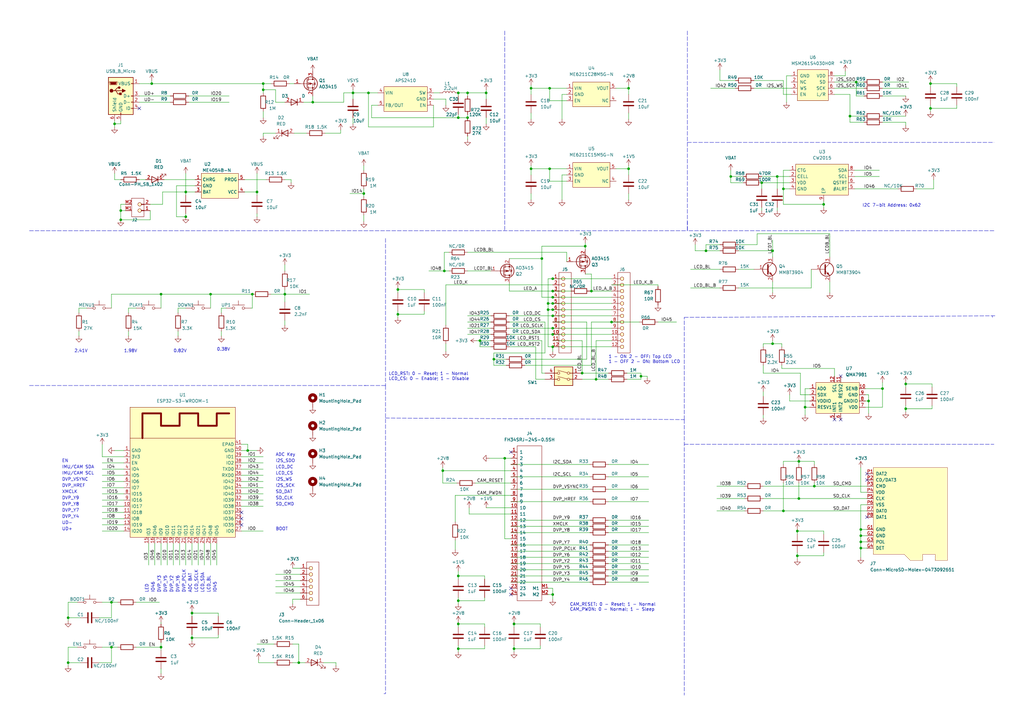
<source format=kicad_sch>
(kicad_sch (version 20211123) (generator eeschema)
  (paper "A3")
  (title_block (title "Maple Eye ESP32-S3 Alef") (rev "Alef") (company "AnalogLamb.Com") (comment 1 "https://github.com/AnalogLamb/Maple-Eye-ESP32S3-Alef") (comment 2 "https://www.analoglamb.com") (comment 3 "https://github.com/espressif/esp-who") (comment 4 "Make AIoT Easy"))
  (junction (at 151.13 38.1))
  (junction (at 105.41 78.74))
  (junction (at 353.06 222.25))
  (junction (at 353.06 219.71))
  (junction (at 217.805 69.215))
  (junction (at 107.95 34.29))
  (junction (at 224.79 127))
  (junction (at 187.96 38.1))
  (junction (at 226.695 137.16))
  (junction (at 327.66 189.23))
  (junction (at 210.82 266.065))
  (junction (at 226.695 119.38))
  (junction (at 78.74 261.62))
  (junction (at 316.865 102.87))
  (junction (at 257.81 69.215))
  (junction (at 49.53 86.36))
  (junction (at 191.77 48.26))
  (junction (at 361.95 159.385))
  (junction (at 321.31 77.47))
  (junction (at 107.95 36.83))
  (junction (at 327.66 204.47))
  (junction (at 262.89 154.305))
  (junction (at 222.25 106.045))
  (junction (at 348.615 47.625))
  (junction (at 327.025 227.965))
  (junction (at 226.695 121.92))
  (junction (at 337.82 83.82))
  (junction (at 226.695 114.3))
  (junction (at 318.77 72.39))
  (junction (at 299.72 72.39))
  (junction (at 187.96 255.905))
  (junction (at 66.04 120.65))
  (junction (at 66.04 265.43))
  (junction (at 224.79 124.46))
  (junction (at 144.78 38.1))
  (junction (at 62.23 34.29))
  (junction (at 78.74 251.46))
  (junction (at 187.96 246.38))
  (junction (at 149.225 79.375))
  (junction (at 242.57 119.38))
  (junction (at 49.53 90.17))
  (junction (at 250.825 132.08))
  (junction (at 182.245 111.125))
  (junction (at 122.555 271.78))
  (junction (at 381.635 44.45))
  (junction (at 312.42 74.93))
  (junction (at 210.82 255.905))
  (junction (at 327.025 217.805))
  (junction (at 46.99 50.8))
  (junction (at 217.805 36.195))
  (junction (at 187.96 48.26))
  (junction (at 187.96 236.22))
  (junction (at 103.505 120.65))
  (junction (at 45.72 247.015))
  (junction (at 163.195 128.905))
  (junction (at 27.94 253.365))
  (junction (at 207.01 187.96))
  (junction (at 225.425 36.195))
  (junction (at 381.635 34.29))
  (junction (at 202.565 147.32))
  (junction (at 199.39 38.1))
  (junction (at 45.72 265.43))
  (junction (at 27.94 271.78))
  (junction (at 101.6 184.785))
  (junction (at 163.195 118.745))
  (junction (at 128.27 41.91))
  (junction (at 238.76 153.035))
  (junction (at 191.77 38.1))
  (junction (at 181.61 193.04))
  (junction (at 371.475 167.64))
  (junction (at 321.31 209.55))
  (junction (at 187.96 266.065))
  (junction (at 356.235 164.465))
  (junction (at 289.56 102.87))
  (junction (at 240.03 100.965))
  (junction (at 116.84 120.65))
  (junction (at 226.695 124.46))
  (junction (at 226.695 127))
  (junction (at 371.475 157.48))
  (junction (at 76.2 78.74))
  (junction (at 226.695 243.84))
  (junction (at 76.2 88.9))
  (junction (at 244.475 155.575))
  (junction (at 86.36 120.65))
  (junction (at 257.81 36.195))
  (junction (at 353.06 217.17))
  (junction (at 225.425 69.215))
  (junction (at 226.695 129.54))
  (junction (at 353.06 224.79))
  (junction (at 196.85 139.7))
  (junction (at 316.865 140.97))
  (junction (at 330.2 167.005))
  (junction (at 226.695 142.24))
  (junction (at 351.155 33.655))
  (junction (at 226.695 134.62))
  (junction (at 334.01 199.39))
  (no_connect (at 209.55 241.3))
  (no_connect (at 209.55 185.42))
  (no_connect (at 209.55 243.84))
  (no_connect (at 344.805 154.305))
  (no_connect (at 57.15 44.45))
  (no_connect (at 342.265 172.085))
  (no_connect (at 344.805 172.085))
  (no_connect (at 355.6 194.31))
  (no_connect (at 355.6 212.09))
  (no_connect (at 99.06 212.725))
  (no_connect (at 99.06 210.185))
  (no_connect (at 99.06 215.265))
  (no_connect (at 355.6 196.85))
  (wire (pts (xy 116.84 120.65) (xy 116.84 123.825)))
  (wire (pts (xy 321.31 198.12) (xy 321.31 209.55)))
  (wire (pts (xy 302.895 110.49) (xy 309.245 110.49)))
  (wire (pts (xy 269.875 132.08) (xy 277.495 132.08)))
  (wire (pts (xy 209.55 233.68) (xy 241.935 233.68)))
  (wire (pts (xy 191.77 38.1) (xy 199.39 38.1)))
  (wire (pts (xy 321.31 38.735) (xy 324.485 38.735)))
  (wire (pts (xy 128.27 41.91) (xy 128.27 39.37)))
  (wire (pts (xy 49.53 49.53) (xy 49.53 50.8)))
  (wire (pts (xy 321.31 189.23) (xy 327.66 189.23)))
  (wire (pts (xy 187.96 246.38) (xy 187.96 247.65)))
  (wire (pts (xy 78.74 250.825) (xy 78.74 251.46)))
  (wire (pts (xy 324.485 31.115) (xy 322.58 31.115)))
  (wire (pts (xy 46.99 50.8) (xy 46.99 52.07)))
  (wire (pts (xy 201.295 142.24) (xy 196.85 142.24)))
  (wire (pts (xy 226.695 241.3) (xy 226.695 243.84)))
  (wire (pts (xy 355.6 201.93) (xy 353.06 201.93)))
  (wire (pts (xy 99.06 187.325) (xy 107.95 187.325)))
  (wire (pts (xy 249.555 233.68) (xy 266.065 233.68)))
  (wire (pts (xy 32.385 135.89) (xy 32.385 137.795)))
  (wire (pts (xy 27.94 253.365) (xy 33.02 253.365)))
  (wire (pts (xy 191.77 111.125) (xy 201.295 111.125)))
  (wire (pts (xy 316.865 140.97) (xy 320.675 140.97)))
  (wire (pts (xy 122.555 264.16) (xy 122.555 271.78)))
  (wire (pts (xy 198.755 237.49) (xy 198.755 236.22)))
  (wire (pts (xy 187.96 48.26) (xy 191.77 48.26)))
  (wire (pts (xy 78.74 231.775) (xy 78.74 222.885)))
  (wire (pts (xy 353.06 224.79) (xy 355.6 224.79)))
  (wire (pts (xy 361.95 159.385) (xy 361.95 167.005)))
  (wire (pts (xy 316.865 115.57) (xy 316.865 120.015)))
  (wire (pts (xy 353.06 217.17) (xy 355.6 217.17)))
  (wire (pts (xy 76.2 87.63) (xy 76.2 88.9)))
  (wire (pts (xy 107.95 36.83) (xy 113.03 36.83)))
  (wire (pts (xy 226.695 127) (xy 250.825 127)))
  (wire (pts (xy 27.94 265.43) (xy 27.94 271.78)))
  (wire (pts (xy 122.555 271.78) (xy 120.015 271.78)))
  (wire (pts (xy 382.905 73.66) (xy 382.905 77.47)))
  (wire (pts (xy 99.06 194.945) (xy 107.95 194.945)))
  (wire (pts (xy 351.155 39.37) (xy 351.155 33.655)))
  (wire (pts (xy 262.89 153.035) (xy 257.175 153.035)))
  (wire (pts (xy 99.06 197.485) (xy 107.95 197.485)))
  (wire (pts (xy 191.77 38.1) (xy 191.77 39.37)))
  (wire (pts (xy 381.635 44.45) (xy 381.635 45.72)))
  (wire (pts (xy 149.225 77.47) (xy 149.225 79.375)))
  (wire (pts (xy 66.04 231.775) (xy 66.04 222.885)))
  (wire (pts (xy 76.2 78.74) (xy 76.2 71.12)))
  (wire (pts (xy 242.57 119.38) (xy 242.57 112.395)))
  (wire (pts (xy 144.78 36.83) (xy 144.78 38.1)))
  (wire (pts (xy 265.43 154.305) (xy 262.89 154.305)))
  (wire (pts (xy 99.06 205.105) (xy 107.95 205.105)))
  (wire (pts (xy 81.28 231.775) (xy 81.28 222.885)))
  (wire (pts (xy 143.51 79.375) (xy 149.225 79.375)))
  (wire (pts (xy 41.91 207.645) (xy 50.8 207.645)))
  (wire (pts (xy 312.42 85.09) (xy 312.42 86.36)))
  (wire (pts (xy 226.695 114.3) (xy 250.825 114.3)))
  (wire (pts (xy 41.91 194.945) (xy 50.8 194.945)))
  (wire (pts (xy 67.31 73.66) (xy 80.01 73.66)))
  (wire (pts (xy 337.82 219.075) (xy 337.82 217.805)))
  (wire (pts (xy 209.55 226.06) (xy 241.935 226.06)))
  (wire (pts (xy 322.58 31.115) (xy 322.58 41.91)))
  (wire (pts (xy 232.41 38.735) (xy 230.505 38.735)))
  (wire (pts (xy 99.06 217.805) (xy 107.95 217.805)))
  (wire (pts (xy 262.89 154.305) (xy 262.89 153.035)))
  (wire (pts (xy 321.31 77.47) (xy 321.31 83.82)))
  (wire (pts (xy 71.12 231.775) (xy 71.12 222.885)))
  (wire (pts (xy 382.27 158.75) (xy 382.27 157.48)))
  (wire (pts (xy 202.565 147.32) (xy 202.565 149.86)))
  (wire (pts (xy 219.71 155.575) (xy 223.52 155.575)))
  (wire (pts (xy 226.695 137.16) (xy 250.825 137.16)))
  (wire (pts (xy 262.89 155.575) (xy 262.89 154.305)))
  (wire (pts (xy 89.535 252.73) (xy 89.535 251.46)))
  (wire (pts (xy 257.81 46.355) (xy 257.81 48.895)))
  (wire (pts (xy 52.705 126.365) (xy 52.705 128.27)))
  (wire (pts (xy 187.325 198.12) (xy 181.61 198.12)))
  (wire (pts (xy 139.7 54.61) (xy 139.7 53.34)))
  (wire (pts (xy 125.095 271.78) (xy 122.555 271.78)))
  (wire (pts (xy 112.395 271.78) (xy 106.045 271.78)))
  (wire (pts (xy 57.15 41.91) (xy 69.85 41.91)))
  (wire (pts (xy 99.06 189.865) (xy 107.95 189.865)))
  (wire (pts (xy 313.055 170.18) (xy 313.055 171.45)))
  (wire (pts (xy 327.66 198.12) (xy 327.66 204.47)))
  (wire (pts (xy 76.2 231.775) (xy 76.2 222.885)))
  (wire (pts (xy 116.84 120.65) (xy 127 120.65)))
  (wire (pts (xy 332.105 167.005) (xy 330.2 167.005)))
  (wire (pts (xy 361.95 50.165) (xy 371.475 50.165)))
  (wire (pts (xy 208.915 116.205) (xy 208.915 119.38)))
  (wire (pts (xy 116.84 131.445) (xy 116.84 133.35)))
  (wire (pts (xy 207.645 149.86) (xy 202.565 149.86)))
  (wire (pts (xy 224.79 114.3) (xy 224.79 124.46)))
  (wire (pts (xy 340.36 95.885) (xy 340.36 105.41)))
  (wire (pts (xy 78.74 261.62) (xy 78.74 262.89)))
  (wire (pts (xy 230.505 38.735) (xy 230.505 48.895)))
  (wire (pts (xy 217.805 69.215) (xy 217.805 71.755)))
  (wire (pts (xy 27.94 271.78) (xy 27.94 273.05)))
  (wire (pts (xy 73.025 126.365) (xy 76.2 126.365)))
  (wire (pts (xy 210.82 266.065) (xy 210.82 267.335)))
  (wire (pts (xy 132.715 271.78) (xy 137.795 271.78)))
  (wire (pts (xy 249.555 228.6) (xy 266.065 228.6)))
  (wire (pts (xy 182.88 40.64) (xy 182.88 43.18)))
  (wire (pts (xy 177.8 38.1) (xy 180.34 38.1)))
  (wire (pts (xy 302.895 102.87) (xy 316.865 102.87)))
  (wire (pts (xy 27.94 271.78) (xy 33.02 271.78)))
  (wire (pts (xy 371.475 166.37) (xy 371.475 167.64)))
  (wire (pts (xy 207.01 220.98) (xy 207.01 187.96)))
  (wire (pts (xy 289.56 102.87) (xy 285.115 102.87)))
  (wire (pts (xy 257.81 67.945) (xy 257.81 69.215)))
  (wire (pts (xy 226.695 116.84) (xy 182.88 116.84)))
  (wire (pts (xy 72.39 76.2) (xy 72.39 88.9)))
  (wire (pts (xy 208.915 139.7) (xy 222.25 139.7)))
  (wire (pts (xy 191.77 137.16) (xy 201.295 137.16)))
  (wire (pts (xy 41.91 197.485) (xy 50.8 197.485)))
  (wire (pts (xy 133.35 54.61) (xy 139.7 54.61)))
  (wire (pts (xy 252.73 69.215) (xy 257.81 69.215)))
  (wire (pts (xy 249.555 236.22) (xy 266.065 236.22)))
  (wire (pts (xy 209.55 218.44) (xy 241.935 218.44)))
  (wire (pts (xy 240.665 132.08) (xy 240.665 147.32)))
  (wire (pts (xy 328.295 153.035) (xy 328.295 161.925)))
  (wire (pts (xy 57.15 39.37) (xy 69.85 39.37)))
  (wire (pts (xy 196.85 139.7) (xy 201.295 139.7)))
  (wire (pts (xy 257.81 69.215) (xy 257.81 71.755)))
  (wire (pts (xy 116.84 73.66) (xy 119.38 73.66)))
  (wire (pts (xy 100.33 73.66) (xy 109.22 73.66)))
  (wire (pts (xy 177.8 52.07) (xy 177.8 43.18)))
  (wire (pts (xy 294.005 204.47) (xy 305.435 204.47)))
  (wire (pts (xy 177.8 40.64) (xy 182.88 40.64)))
  (wire (pts (xy 221.615 257.175) (xy 221.615 255.905)))
  (wire (pts (xy 66.675 83.82) (xy 66.675 78.74)))
  (wire (pts (xy 144.78 38.1) (xy 151.13 38.1)))
  (wire (pts (xy 173.99 127.635) (xy 173.99 128.905)))
  (wire (pts (xy 252.73 36.195) (xy 257.81 36.195)))
  (wire (pts (xy 392.43 43.18) (xy 392.43 44.45)))
  (wire (pts (xy 327.025 227.965) (xy 327.025 229.235)))
  (wire (pts (xy 269.875 116.84) (xy 269.875 117.475)))
  (wire (pts (xy 318.77 72.39) (xy 318.77 77.47)))
  (wire (pts (xy 192.405 210.82) (xy 192.405 208.28)))
  (wire (pts (xy 49.53 83.82) (xy 49.53 86.36)))
  (wire (pts (xy 80.01 78.74) (xy 76.2 78.74)))
  (wire (pts (xy 226.695 139.7) (xy 238.76 139.7)))
  (wire (pts (xy 382.27 157.48) (xy 371.475 157.48)))
  (wire (pts (xy 105.41 71.12) (xy 105.41 78.74)))
  (wire (pts (xy 257.81 79.375) (xy 257.81 81.915)))
  (wire (pts (xy 116.84 120.65) (xy 116.84 118.745)))
  (wire (pts (xy 250.825 132.08) (xy 262.255 132.08)))
  (wire (pts (xy 89.535 261.62) (xy 78.74 261.62)))
  (wire (pts (xy 294.005 199.39) (xy 305.435 199.39)))
  (wire (pts (xy 353.06 222.25) (xy 355.6 222.25)))
  (wire (pts (xy 356.235 161.925) (xy 356.235 164.465)))
  (wire (pts (xy 120.015 245.745) (xy 120.015 247.65)))
  (wire (pts (xy 128.27 41.91) (xy 140.97 41.91)))
  (wire (pts (xy 225.425 41.275) (xy 225.425 36.195)))
  (wire (pts (xy 144.78 48.26) (xy 144.78 50.8)))
  (wire (pts (xy 350.52 72.39) (xy 360.68 72.39)))
  (wire (pts (xy 342.265 151.13) (xy 320.675 151.13)))
  (wire (pts (xy 73.025 126.365) (xy 73.025 128.27)))
  (wire (pts (xy 163.195 127.635) (xy 163.195 128.905)))
  (wire (pts (xy 41.91 210.185) (xy 50.8 210.185)))
  (polyline (pts (xy 207.01 12.7) (xy 207.01 94.615)))
  (wire (pts (xy 257.81 36.195) (xy 257.81 38.735)))
  (wire (pts (xy 120.65 54.61) (xy 125.73 54.61)))
  (wire (pts (xy 295.275 100.33) (xy 289.56 100.33)))
  (wire (pts (xy 209.55 215.9) (xy 241.935 215.9)))
  (wire (pts (xy 72.39 88.9) (xy 76.2 88.9)))
  (wire (pts (xy 215.265 149.86) (xy 242.57 149.86)))
  (wire (pts (xy 83.82 231.775) (xy 83.82 222.885)))
  (wire (pts (xy 223.52 153.035) (xy 222.25 153.035)))
  (wire (pts (xy 313.055 153.035) (xy 328.295 153.035)))
  (wire (pts (xy 86.36 231.775) (xy 86.36 222.885)))
  (wire (pts (xy 41.91 182.245) (xy 41.91 187.325)))
  (polyline (pts (xy 158.115 97.79) (xy 158.115 158.115)))
  (wire (pts (xy 209.55 223.52) (xy 241.935 223.52)))
  (wire (pts (xy 240.03 99.695) (xy 240.03 100.965)))
  (wire (pts (xy 224.79 127) (xy 226.695 127)))
  (wire (pts (xy 32.385 126.365) (xy 32.385 128.27)))
  (wire (pts (xy 226.695 119.38) (xy 234.315 119.38)))
  (wire (pts (xy 283.21 110.49) (xy 295.275 110.49)))
  (wire (pts (xy 208.915 119.38) (xy 226.695 119.38)))
  (wire (pts (xy 313.055 160.655) (xy 313.055 162.56)))
  (wire (pts (xy 257.81 34.925) (xy 257.81 36.195)))
  (wire (pts (xy 187.96 46.99) (xy 187.96 48.26)))
  (wire (pts (xy 49.53 90.17) (xy 61.595 90.17)))
  (wire (pts (xy 77.47 41.91) (xy 93.98 41.91)))
  (wire (pts (xy 144.78 38.1) (xy 144.78 40.64)))
  (wire (pts (xy 107.95 34.29) (xy 107.95 36.83)))
  (wire (pts (xy 198.755 236.22) (xy 187.96 236.22)))
  (wire (pts (xy 226.695 142.24) (xy 226.695 144.145)))
  (wire (pts (xy 318.77 72.39) (xy 323.85 72.39)))
  (wire (pts (xy 361.95 36.195) (xy 372.745 36.195)))
  (wire (pts (xy 191.77 129.54) (xy 201.295 129.54)))
  (wire (pts (xy 202.565 144.78) (xy 202.565 147.32)))
  (wire (pts (xy 107.95 45.72) (xy 107.95 48.26)))
  (wire (pts (xy 99.06 184.785) (xy 101.6 184.785)))
  (wire (pts (xy 223.52 132.08) (xy 223.52 144.78)))
  (wire (pts (xy 46.99 184.785) (xy 50.8 184.785)))
  (wire (pts (xy 191.77 134.62) (xy 201.295 134.62)))
  (wire (pts (xy 105.41 87.63) (xy 105.41 88.9)))
  (wire (pts (xy 283.21 118.11) (xy 295.275 118.11)))
  (wire (pts (xy 361.95 39.37) (xy 371.475 39.37)))
  (wire (pts (xy 382.905 77.47) (xy 375.92 77.47)))
  (wire (pts (xy 217.805 69.215) (xy 225.425 69.215)))
  (wire (pts (xy 249.555 190.5) (xy 266.065 190.5)))
  (wire (pts (xy 116.84 41.91) (xy 113.03 41.91)))
  (wire (pts (xy 332.105 164.465) (xy 323.85 164.465)))
  (wire (pts (xy 238.76 155.575) (xy 244.475 155.575)))
  (wire (pts (xy 242.57 112.395) (xy 240.03 112.395)))
  (wire (pts (xy 332.105 161.925) (xy 328.295 161.925)))
  (wire (pts (xy 52.705 135.89) (xy 52.705 137.795)))
  (wire (pts (xy 249.555 226.06) (xy 266.065 226.06)))
  (wire (pts (xy 100.33 78.74) (xy 105.41 78.74)))
  (wire (pts (xy 149.225 79.375) (xy 149.225 80.645)))
  (wire (pts (xy 313.055 199.39) (xy 334.01 199.39)))
  (wire (pts (xy 249.555 223.52) (xy 266.065 223.52)))
  (wire (pts (xy 392.43 34.29) (xy 381.635 34.29)))
  (wire (pts (xy 346.71 31.115) (xy 346.71 29.21)))
  (wire (pts (xy 66.04 255.27) (xy 66.04 255.905)))
  (wire (pts (xy 313.055 149.86) (xy 313.055 153.035)))
  (wire (pts (xy 41.91 189.865) (xy 50.8 189.865)))
  (polyline (pts (xy 281.94 94.615) (xy 281.94 90.805)))
  (wire (pts (xy 313.055 140.97) (xy 316.865 140.97)))
  (wire (pts (xy 361.95 33.655) (xy 372.745 33.655)))
  (wire (pts (xy 105.41 80.01) (xy 105.41 78.74)))
  (wire (pts (xy 327.025 217.805) (xy 327.025 219.075)))
  (wire (pts (xy 361.95 47.625) (xy 371.475 47.625)))
  (wire (pts (xy 223.52 144.78) (xy 202.565 144.78)))
  (wire (pts (xy 107.95 36.83) (xy 107.95 38.1)))
  (wire (pts (xy 224.79 243.84) (xy 226.695 243.84)))
  (wire (pts (xy 295.275 33.02) (xy 295.275 28.575)))
  (wire (pts (xy 224.79 127) (xy 224.79 142.24)))
  (wire (pts (xy 123.19 245.745) (xy 120.015 245.745)))
  (wire (pts (xy 186.69 221.615) (xy 186.69 225.425)))
  (wire (pts (xy 353.06 219.71) (xy 355.6 219.71)))
  (wire (pts (xy 187.96 255.27) (xy 187.96 255.905)))
  (wire (pts (xy 371.475 167.64) (xy 371.475 168.91)))
  (wire (pts (xy 209.55 210.82) (xy 192.405 210.82)))
  (wire (pts (xy 321.31 33.02) (xy 321.31 38.735)))
  (wire (pts (xy 382.27 166.37) (xy 382.27 167.64)))
  (wire (pts (xy 238.76 153.035) (xy 249.555 153.035)))
  (wire (pts (xy 355.6 207.01) (xy 353.06 207.01)))
  (wire (pts (xy 334.01 189.23) (xy 334.01 190.5)))
  (wire (pts (xy 88.9 231.775) (xy 88.9 222.885)))
  (wire (pts (xy 381.635 34.29) (xy 381.635 35.56)))
  (wire (pts (xy 76.2 80.01) (xy 76.2 78.74)))
  (wire (pts (xy 41.91 215.265) (xy 50.8 215.265)))
  (wire (pts (xy 217.805 79.375) (xy 217.805 81.915)))
  (wire (pts (xy 113.03 243.205) (xy 123.19 243.205)))
  (wire (pts (xy 152.4 43.18) (xy 152.4 48.26)))
  (wire (pts (xy 41.91 202.565) (xy 50.8 202.565)))
  (wire (pts (xy 41.91 192.405) (xy 50.8 192.405)))
  (wire (pts (xy 208.915 129.54) (xy 226.695 129.54)))
  (wire (pts (xy 226.695 124.46) (xy 250.825 124.46)))
  (wire (pts (xy 60.96 231.775) (xy 60.96 222.885)))
  (wire (pts (xy 80.01 76.2) (xy 72.39 76.2)))
  (wire (pts (xy 49.53 50.8) (xy 46.99 50.8)))
  (wire (pts (xy 27.94 253.365) (xy 27.94 254.635)))
  (wire (pts (xy 249.555 215.9) (xy 266.065 215.9)))
  (wire (pts (xy 242.57 132.08) (xy 250.825 132.08)))
  (wire (pts (xy 198.755 266.065) (xy 187.96 266.065)))
  (wire (pts (xy 371.475 157.48) (xy 371.475 158.75)))
  (wire (pts (xy 337.82 83.82) (xy 337.82 85.09)))
  (wire (pts (xy 77.47 39.37) (xy 93.98 39.37)))
  (wire (pts (xy 63.5 231.775) (xy 63.5 222.885)))
  (wire (pts (xy 342.265 31.115) (xy 346.71 31.115)))
  (wire (pts (xy 66.04 126.365) (xy 66.04 120.65)))
  (polyline (pts (xy 407.67 94.615) (xy 281.94 94.615)))
  (wire (pts (xy 99.06 200.025) (xy 107.95 200.025)))
  (wire (pts (xy 209.55 200.66) (xy 241.935 200.66)))
  (wire (pts (xy 163.195 118.745) (xy 163.195 120.015)))
  (wire (pts (xy 154.94 43.18) (xy 152.4 43.18)))
  (wire (pts (xy 49.53 86.36) (xy 51.435 86.36)))
  (wire (pts (xy 113.03 235.585) (xy 123.19 235.585)))
  (wire (pts (xy 62.23 33.02) (xy 62.23 34.29)))
  (wire (pts (xy 46.99 49.53) (xy 46.99 50.8)))
  (wire (pts (xy 55.88 247.015) (xy 65.405 247.015)))
  (polyline (pts (xy 280.67 130.175) (xy 408.305 129.54)))
  (wire (pts (xy 199.39 36.83) (xy 199.39 38.1)))
  (wire (pts (xy 249.555 200.66) (xy 266.065 200.66)))
  (wire (pts (xy 208.915 142.24) (xy 219.71 142.24)))
  (wire (pts (xy 226.695 243.84) (xy 226.695 245.745)))
  (wire (pts (xy 381.635 33.655) (xy 381.635 34.29)))
  (wire (pts (xy 327.66 189.23) (xy 334.01 189.23)))
  (wire (pts (xy 154.94 38.1) (xy 151.13 38.1)))
  (wire (pts (xy 90.805 126.365) (xy 90.805 128.27)))
  (wire (pts (xy 249.555 218.44) (xy 266.065 218.44)))
  (wire (pts (xy 61.595 86.36) (xy 61.595 90.17)))
  (wire (pts (xy 309.245 33.02) (xy 321.31 33.02)))
  (wire (pts (xy 163.195 128.905) (xy 163.195 130.175)))
  (wire (pts (xy 66.04 265.43) (xy 66.04 263.525)))
  (wire (pts (xy 265.43 154.94) (xy 265.43 154.305)))
  (wire (pts (xy 305.435 209.55) (xy 294.005 209.55)))
  (wire (pts (xy 321.31 190.5) (xy 321.31 189.23)))
  (wire (pts (xy 313.055 204.47) (xy 327.66 204.47)))
  (wire (pts (xy 299.72 74.93) (xy 299.72 72.39)))
  (wire (pts (xy 86.36 120.65) (xy 86.36 126.365)))
  (wire (pts (xy 302.895 100.33) (xy 310.515 100.33)))
  (wire (pts (xy 221.615 255.905) (xy 210.82 255.905)))
  (wire (pts (xy 217.805 36.195) (xy 225.425 36.195)))
  (wire (pts (xy 62.23 34.29) (xy 107.95 34.29)))
  (polyline (pts (xy 281.94 58.42) (xy 407.67 58.42)))
  (polyline (pts (xy 280.67 172.085) (xy 280.67 130.175)))
  (wire (pts (xy 184.15 111.125) (xy 182.245 111.125)))
  (wire (pts (xy 327.025 217.17) (xy 327.025 217.805)))
  (wire (pts (xy 113.03 240.665) (xy 123.19 240.665)))
  (wire (pts (xy 353.06 201.93) (xy 353.06 191.77)))
  (wire (pts (xy 45.72 247.015) (xy 48.26 247.015)))
  (wire (pts (xy 186.69 203.2) (xy 186.69 213.995)))
  (wire (pts (xy 149.225 88.265) (xy 149.225 90.805)))
  (wire (pts (xy 285.115 102.87) (xy 285.115 100.33)))
  (wire (pts (xy 191.77 103.505) (xy 232.41 103.505)))
  (wire (pts (xy 66.04 120.65) (xy 86.36 120.65)))
  (wire (pts (xy 244.475 155.575) (xy 249.555 155.575)))
  (wire (pts (xy 78.74 251.46) (xy 78.74 252.73)))
  (polyline (pts (xy 280.67 172.085) (xy 280.67 285.115)))
  (wire (pts (xy 222.25 100.965) (xy 240.03 100.965)))
  (wire (pts (xy 124.46 41.91) (xy 128.27 41.91)))
  (wire (pts (xy 353.06 217.17) (xy 353.06 219.71)))
  (wire (pts (xy 99.06 207.645) (xy 107.95 207.645)))
  (wire (pts (xy 320.675 151.13) (xy 320.675 149.86)))
  (wire (pts (xy 55.88 265.43) (xy 66.04 265.43)))
  (wire (pts (xy 40.64 271.78) (xy 45.72 271.78)))
  (wire (pts (xy 230.505 71.755) (xy 230.505 81.915)))
  (wire (pts (xy 354.965 167.005) (xy 361.95 167.005)))
  (wire (pts (xy 217.805 34.925) (xy 217.805 36.195)))
  (wire (pts (xy 198.755 255.905) (xy 187.96 255.905)))
  (wire (pts (xy 225.425 36.195) (xy 232.41 36.195)))
  (wire (pts (xy 225.425 74.295) (xy 225.425 69.215)))
  (wire (pts (xy 356.235 164.465) (xy 356.235 169.545)))
  (wire (pts (xy 61.595 83.82) (xy 66.675 83.82)))
  (wire (pts (xy 181.61 193.04) (xy 181.61 191.77)))
  (wire (pts (xy 224.79 124.46) (xy 226.695 124.46)))
  (wire (pts (xy 86.36 120.65) (xy 103.505 120.65)))
  (wire (pts (xy 101.6 182.245) (xy 101.6 184.785)))
  (wire (pts (xy 209.55 195.58) (xy 241.935 195.58)))
  (wire (pts (xy 90.805 126.365) (xy 92.71 126.365)))
  (wire (pts (xy 107.95 34.29) (xy 111.125 34.29)))
  (wire (pts (xy 226.695 142.24) (xy 250.825 142.24)))
  (wire (pts (xy 321.31 209.55) (xy 355.6 209.55)))
  (wire (pts (xy 381.635 43.18) (xy 381.635 44.45)))
  (wire (pts (xy 163.195 118.11) (xy 163.195 118.745)))
  (wire (pts (xy 111.125 120.65) (xy 116.84 120.65)))
  (wire (pts (xy 99.06 192.405) (xy 107.95 192.405)))
  (wire (pts (xy 173.99 128.905) (xy 163.195 128.905)))
  (wire (pts (xy 222.25 153.035) (xy 222.25 139.7)))
  (wire (pts (xy 209.55 238.76) (xy 241.935 238.76)))
  (wire (pts (xy 191.77 132.08) (xy 201.295 132.08)))
  (wire (pts (xy 31.75 247.015) (xy 27.94 247.015)))
  (wire (pts (xy 209.55 236.22) (xy 241.935 236.22)))
  (wire (pts (xy 209.55 213.36) (xy 241.935 213.36)))
  (wire (pts (xy 382.27 167.64) (xy 371.475 167.64)))
  (wire (pts (xy 209.55 190.5) (xy 241.935 190.5)))
  (polyline (pts (xy 158.115 171.45) (xy 280.67 172.085)))
  (wire (pts (xy 226.695 129.54) (xy 250.825 129.54)))
  (wire (pts (xy 217.805 36.195) (xy 217.805 38.735)))
  (wire (pts (xy 342.265 38.735) (xy 348.615 38.735)))
  (wire (pts (xy 337.82 82.55) (xy 337.82 83.82)))
  (wire (pts (xy 312.42 74.93) (xy 323.85 74.93)))
  (wire (pts (xy 289.56 100.33) (xy 289.56 102.87)))
  (wire (pts (xy 226.695 134.62) (xy 250.825 134.62)))
  (wire (pts (xy 225.425 69.215) (xy 232.41 69.215)))
  (wire (pts (xy 106.045 271.78) (xy 106.045 270.51)))
  (wire (pts (xy 337.82 217.805) (xy 327.025 217.805)))
  (wire (pts (xy 187.96 38.1) (xy 191.77 38.1)))
  (wire (pts (xy 332.74 110.49) (xy 332.74 118.11)))
  (wire (pts (xy 371.475 156.845) (xy 371.475 157.48)))
  (wire (pts (xy 354.965 164.465) (xy 356.235 164.465)))
  (wire (pts (xy 232.41 41.275) (xy 225.425 41.275)))
  (wire (pts (xy 295.275 33.02) (xy 301.625 33.02)))
  (wire (pts (xy 151.13 52.07) (xy 151.13 38.1)))
  (wire (pts (xy 224.79 124.46) (xy 224.79 127)))
  (wire (pts (xy 118.745 34.29) (xy 120.65 34.29)))
  (polyline (pts (xy 158.115 158.115) (xy 158.115 284.48)))
  (wire (pts (xy 46.99 73.66) (xy 46.99 71.12)))
  (wire (pts (xy 312.42 74.93) (xy 312.42 77.47)))
  (wire (pts (xy 321.31 69.85) (xy 321.31 77.47)))
  (wire (pts (xy 348.615 38.735) (xy 348.615 47.625)))
  (wire (pts (xy 187.96 266.065) (xy 187.96 267.335)))
  (wire (pts (xy 222.25 121.92) (xy 222.25 106.045)))
  (wire (pts (xy 222.25 100.965) (xy 222.25 106.045)))
  (wire (pts (xy 45.72 126.365) (xy 45.72 120.65)))
  (wire (pts (xy 41.91 217.805) (xy 50.8 217.805)))
  (wire (pts (xy 41.91 212.725) (xy 50.8 212.725)))
  (wire (pts (xy 35.56 126.365) (xy 32.385 126.365)))
  (wire (pts (xy 66.04 265.43) (xy 66.04 266.7)))
  (wire (pts (xy 340.36 115.57) (xy 340.36 120.015)))
  (wire (pts (xy 198.755 264.795) (xy 198.755 266.065)))
  (wire (pts (xy 181.61 198.12) (xy 181.61 193.04)))
  (wire (pts (xy 209.55 220.98) (xy 207.01 220.98)))
  (wire (pts (xy 313.055 142.24) (xy 313.055 140.97)))
  (wire (pts (xy 210.82 255.27) (xy 210.82 255.905)))
  (wire (pts (xy 199.39 208.28) (xy 209.55 208.28)))
  (wire (pts (xy 210.82 255.905) (xy 210.82 257.175)))
  (wire (pts (xy 103.505 126.365) (xy 102.87 126.365)))
  (wire (pts (xy 215.265 147.32) (xy 240.665 147.32)))
  (wire (pts (xy 90.805 135.89) (xy 90.805 137.795)))
  (wire (pts (xy 57.15 73.66) (xy 59.69 73.66)))
  (wire (pts (xy 187.96 38.1) (xy 187.96 39.37)))
  (wire (pts (xy 321.31 83.82) (xy 337.82 83.82)))
  (wire (pts (xy 182.88 140.97) (xy 182.88 144.145)))
  (polyline (pts (xy 12.065 94.615) (xy 281.94 94.615)))
  (wire (pts (xy 309.245 36.195) (xy 324.485 36.195)))
  (wire (pts (xy 353.06 222.25) (xy 353.06 224.79)))
  (wire (pts (xy 232.41 71.755) (xy 230.505 71.755)))
  (wire (pts (xy 249.555 195.58) (xy 266.065 195.58)))
  (polyline (pts (xy 157.48 284.48) (xy 158.115 284.48)))
  (wire (pts (xy 242.57 132.08) (xy 242.57 149.86)))
  (wire (pts (xy 73.025 135.89) (xy 73.025 137.795)))
  (wire (pts (xy 224.79 114.3) (xy 226.695 114.3)))
  (wire (pts (xy 342.265 154.305) (xy 342.265 151.13)))
  (wire (pts (xy 187.96 236.22) (xy 187.96 237.49)))
  (wire (pts (xy 249.555 231.14) (xy 266.065 231.14)))
  (wire (pts (xy 140.97 38.1) (xy 144.78 38.1)))
  (wire (pts (xy 199.39 38.1) (xy 199.39 40.64)))
  (wire (pts (xy 89.535 251.46) (xy 78.74 251.46)))
  (wire (pts (xy 371.475 50.165) (xy 371.475 51.435)))
  (wire (pts (xy 31.75 265.43) (xy 27.94 265.43)))
  (wire (pts (xy 334.01 199.39) (xy 355.6 199.39)))
  (wire (pts (xy 232.41 74.295) (xy 225.425 74.295)))
  (wire (pts (xy 249.555 213.36) (xy 266.065 213.36)))
  (wire (pts (xy 195.58 139.7) (xy 196.85 139.7)))
  (wire (pts (xy 330.2 159.385) (xy 330.2 167.005)))
  (wire (pts (xy 173.99 118.745) (xy 163.195 118.745)))
  (wire (pts (xy 49.53 86.36) (xy 49.53 90.17)))
  (wire (pts (xy 257.175 155.575) (xy 262.89 155.575)))
  (wire (pts (xy 105.41 264.16) (xy 112.395 264.16)))
  (wire (pts (xy 320.675 140.97) (xy 320.675 142.24)))
  (wire (pts (xy 219.71 142.24) (xy 219.71 155.575)))
  (wire (pts (xy 354.33 50.165) (xy 348.615 50.165)))
  (wire (pts (xy 184.15 103.505) (xy 182.245 103.505)))
  (wire (pts (xy 182.245 111.125) (xy 175.895 111.125)))
  (wire (pts (xy 200.66 187.96) (xy 207.01 187.96)))
  (wire (pts (xy 221.615 264.795) (xy 221.615 266.065)))
  (wire (pts (xy 187.96 245.11) (xy 187.96 246.38)))
  (wire (pts (xy 350.52 69.85) (xy 360.68 69.85)))
  (wire (pts (xy 241.935 119.38) (xy 242.57 119.38)))
  (wire (pts (xy 316.865 102.87) (xy 316.865 105.41)))
  (wire (pts (xy 232.41 103.505) (xy 232.41 107.315)))
  (wire (pts (xy 348.615 47.625) (xy 354.33 47.625)))
  (wire (pts (xy 250.825 116.84) (xy 269.875 116.84)))
  (wire (pts (xy 120.015 233.045) (xy 123.19 233.045)))
  (wire (pts (xy 73.66 231.775) (xy 73.66 222.885)))
  (polyline (pts (xy 280.67 182.245) (xy 407.67 182.245)))
  (wire (pts (xy 304.8 74.93) (xy 299.72 74.93)))
  (wire (pts (xy 191.77 55.88) (xy 191.77 57.15)))
  (wire (pts (xy 312.42 72.39) (xy 318.77 72.39)))
  (polyline (pts (xy 158.115 158.115) (xy 149.225 158.115)))
  (wire (pts (xy 238.76 139.7) (xy 238.76 153.035)))
  (polyline (pts (xy 12.065 158.115) (xy 149.86 158.115)))
  (wire (pts (xy 120.015 264.16) (xy 122.555 264.16)))
  (wire (pts (xy 210.82 264.795) (xy 210.82 266.065)))
  (wire (pts (xy 226.695 132.08) (xy 240.665 132.08)))
  (wire (pts (xy 45.72 253.365) (xy 45.72 247.015)))
  (wire (pts (xy 350.52 77.47) (xy 368.3 77.47)))
  (wire (pts (xy 66.04 274.32) (xy 66.04 276.225)))
  (wire (pts (xy 202.565 147.32) (xy 207.645 147.32)))
  (wire (pts (xy 182.88 116.84) (xy 182.88 133.35)))
  (wire (pts (xy 78.74 260.35) (xy 78.74 261.62)))
  (wire (pts (xy 209.55 203.2) (xy 186.69 203.2)))
  (wire (pts (xy 181.61 193.04) (xy 209.55 193.04)))
  (wire (pts (xy 353.06 207.01) (xy 353.06 217.17)))
  (wire (pts (xy 187.96 255.905) (xy 187.96 257.175)))
  (wire (pts (xy 221.615 266.065) (xy 210.82 266.065)))
  (wire (pts (xy 353.06 224.79) (xy 353.06 228.6)))
  (wire (pts (xy 321.31 77.47) (xy 323.85 77.47)))
  (wire (pts (xy 209.55 205.74) (xy 241.935 205.74)))
  (wire (pts (xy 198.755 245.11) (xy 198.755 246.38)))
  (wire (pts (xy 49.53 73.66) (xy 46.99 73.66)))
  (wire (pts (xy 51.435 83.82) (xy 49.53 83.82)))
  (wire (pts (xy 209.55 231.14) (xy 241.935 231.14)))
  (wire (pts (xy 217.805 46.355) (xy 217.805 48.895)))
  (wire (pts (xy 392.43 35.56) (xy 392.43 34.29)))
  (wire (pts (xy 337.82 226.695) (xy 337.82 227.965)))
  (wire (pts (xy 316.865 98.425) (xy 316.865 102.87)))
  (wire (pts (xy 224.79 142.24) (xy 226.695 142.24)))
  (wire (pts (xy 113.03 36.83) (xy 113.03 41.91)))
  (wire (pts (xy 199.39 48.26) (xy 199.39 50.8)))
  (wire (pts (xy 182.245 103.505) (xy 182.245 111.125)))
  (wire (pts (xy 89.535 260.35) (xy 89.535 261.62)))
  (wire (pts (xy 327.66 204.47) (xy 355.6 204.47)))
  (wire (pts (xy 140.97 38.1) (xy 140.97 41.91)))
  (wire (pts (xy 99.06 182.245) (xy 101.6 182.245)))
  (wire (pts (xy 348.615 47.625) (xy 348.615 50.165)))
  (wire (pts (xy 99.06 202.565) (xy 107.95 202.565)))
  (wire (pts (xy 323.85 69.85) (xy 321.31 69.85)))
  (wire (pts (xy 310.515 100.33) (xy 310.515 95.885)))
  (wire (pts (xy 191.77 46.99) (xy 191.77 48.26)))
  (wire (pts (xy 208.915 106.045) (xy 222.25 106.045)))
  (wire (pts (xy 209.55 228.6) (xy 241.935 228.6)))
  (wire (pts (xy 392.43 44.45) (xy 381.635 44.45)))
  (wire (pts (xy 66.675 78.74) (xy 76.2 78.74)))
  (wire (pts (xy 310.515 95.885) (xy 340.36 95.885)))
  (wire (pts (xy 299.72 72.39) (xy 304.8 72.39)))
  (wire (pts (xy 224.79 241.3) (xy 226.695 241.3)))
  (wire (pts (xy 318.77 85.09) (xy 318.77 86.36)))
  (wire (pts (xy 299.72 72.39) (xy 299.72 69.85)))
  (wire (pts (xy 226.695 121.92) (xy 250.825 121.92)))
  (wire (pts (xy 217.805 67.945) (xy 217.805 69.215)))
  (wire (pts (xy 45.72 271.78) (xy 45.72 265.43)))
  (wire (pts (xy 354.33 39.37) (xy 351.155 39.37)))
  (wire (pts (xy 107.95 54.61) (xy 107.95 55.88)))
  (wire (pts (xy 173.99 120.015) (xy 173.99 118.745)))
  (wire (pts (xy 187.96 264.795) (xy 187.96 266.065)))
  (wire (pts (xy 249.555 238.76) (xy 266.065 238.76)))
  (wire (pts (xy 291.465 36.195) (xy 301.625 36.195)))
  (wire (pts (xy 332.74 118.11) (xy 302.895 118.11)))
  (wire (pts (xy 101.6 184.785) (xy 105.41 184.785)))
  (wire (pts (xy 152.4 48.26) (xy 187.96 48.26)))
  (wire (pts (xy 41.91 205.105) (xy 50.8 205.105)))
  (wire (pts (xy 342.265 33.655) (xy 351.155 33.655)))
  (wire (pts (xy 55.88 126.365) (xy 52.705 126.365)))
  (wire (pts (xy 337.82 227.965) (xy 327.025 227.965)))
  (wire (pts (xy 68.58 231.775) (xy 68.58 222.885)))
  (wire (pts (xy 207.01 187.96) (xy 209.55 187.96)))
  (polyline (pts (xy 407.035 129.54) (xy 407.035 130.175)))
  (wire (pts (xy 250.825 119.38) (xy 242.57 119.38)))
  (wire (pts (xy 334.01 198.12) (xy 334.01 199.39)))
  (wire (pts (xy 351.155 33.655) (xy 354.33 33.655)))
  (wire (pts (xy 244.475 139.7) (xy 244.475 155.575)))
  (wire (pts (xy 41.91 200.025) (xy 50.8 200.025)))
  (wire (pts (xy 198.755 257.175) (xy 198.755 255.905)))
  (wire (pts (xy 313.055 209.55) (xy 321.31 209.55)))
  (wire (pts (xy 45.72 265.43) (xy 41.91 265.43)))
  (wire (pts (xy 113.03 238.125) (xy 123.19 238.125)))
  (wire (pts (xy 151.13 52.07) (xy 177.8 52.07)))
  (wire (pts (xy 295.275 102.87) (xy 289.56 102.87)))
  (wire (pts (xy 327.025 226.695) (xy 327.025 227.965)))
  (wire (pts (xy 45.72 120.65) (xy 66.04 120.65)))
  (wire (pts (xy 240.03 100.965) (xy 240.03 102.235)))
  (wire (pts (xy 103.505 120.65) (xy 103.505 126.365)))
  (wire (pts (xy 57.15 34.29) (xy 62.23 34.29)))
  (wire (pts (xy 40.64 253.365) (xy 45.72 253.365)))
  (wire (pts (xy 187.96 234.315) (xy 187.96 236.22)))
  (wire (pts (xy 116.84 108.585) (xy 116.84 111.125)))
  (wire (pts (xy 27.94 247.015) (xy 27.94 253.365)))
  (wire (pts (xy 332.105 159.385) (xy 330.2 159.385)))
  (wire (pts (xy 208.915 132.08) (xy 223.52 132.08)))
  (wire (pts (xy 113.03 54.61) (xy 107.95 54.61)))
  (wire (pts (xy 41.91 187.325) (xy 50.8 187.325)))
  (wire (pts (xy 226.695 121.92) (xy 222.25 121.92)))
  (wire (pts (xy 323.85 164.465) (xy 323.85 161.925)))
  (wire (pts (xy 119.38 73.66) (xy 119.38 74.93)))
  (wire (pts (xy 327.66 189.23) (xy 327.66 190.5)))
  (wire (pts (xy 353.06 219.71) (xy 353.06 222.25)))
  (wire (pts (xy 316.865 139.7) (xy 316.865 140.97)))
  (wire (pts (xy 45.72 247.015) (xy 41.91 247.015)))
  (wire (pts (xy 342.265 36.195) (xy 354.33 36.195)))
  (wire (pts (xy 354.965 159.385) (xy 361.95 159.385)))
  (wire (pts (xy 45.72 265.43) (xy 48.26 265.43)))
  (wire (pts (xy 354.965 161.925) (xy 356.235 161.925)))
  (wire (pts (xy 208.915 137.16) (xy 226.695 137.16)))
  (wire (pts (xy 194.945 198.12) (xy 209.55 198.12)))
  (wire (pts (xy 137.795 271.78) (xy 137.795 273.05)))
  (wire (pts (xy 244.475 139.7) (xy 250.825 139.7)))
  (wire (pts (xy 149.225 67.945) (xy 149.225 69.85)))
  (wire (pts (xy 330.2 167.005) (xy 330.2 170.18)))
  (wire (pts (xy 198.755 246.38) (xy 187.96 246.38)))
  (wire (pts (xy 361.95 156.845) (xy 361.95 159.385)))
  (wire (pts (xy 249.555 205.74) (xy 266.065 205.74)))
  (wire (pts (xy 208.915 134.62) (xy 226.695 134.62)))
  (polyline (pts (xy 281.94 12.7) (xy 281.94 94.615)))
  (wire (pts (xy 196.85 142.24) (xy 196.85 139.7)))
  (text "DVP_VSYNC" (at 25.4 197.485 0) (effects (font (size 1.27 1.27)) (justify left bottom)))
  (text "SD_CMD" (at 113.03 207.645 0) (effects (font (size 1.27 1.27)) (justify left bottom)))
  (text "DVP_Y9" (at 25.4 205.105 0) (effects (font (size 1.27 1.27)) (justify left bottom)))
  (text "DVP_Y7" (at 25.4 210.185 0) (effects (font (size 1.27 1.27)) (justify left bottom)))
  (text "DVP_Y4" (at 25.4 212.725 0) (effects (font (size 1.27 1.27)) (justify left bottom)))
  (text "LCD_DC" (at 113.03 192.405 0) (effects (font (size 1.27 1.27)) (justify left bottom)))
  (text "0.38V" (at 88.9 144.145 0) (effects (font (size 1.27 1.27)) (justify left bottom)))
  (text "UD+" (at 25.4 217.805 0) (effects (font (size 1.27 1.27)) (justify left bottom)))
  (text "1 - ON 2 - 0FF: Top LCD\n1 - OFF 2 - 0N: Bottom LCD" (at 249.555 149.225 0) (effects (font (size 1.27 1.27)) (justify left bottom)))
  (text "BOOT" (at 113.03 217.805 0) (effects (font (size 1.27 1.27)) (justify left bottom)))
  (text "DVP_HREF" (at 25.4 200.025 0) (effects (font (size 1.27 1.27)) (justify left bottom)))
  (text "DVP_Y6" (at 73.66 243.205 90) (effects (font (size 1.27 1.27)) (justify left bottom)))
  (text "DVP_Y8" (at 25.4 207.645 0) (effects (font (size 1.27 1.27)) (justify left bottom)))
  (text "1.98V" (at 50.8 144.78 0) (effects (font (size 1.27 1.27)) (justify left bottom)))
  (text "LCD_BL" (at 86.36 243.205 90) (effects (font (size 1.27 1.27)) (justify left bottom)))
  (text "LCD_SCLK" (at 81.28 243.205 90) (effects (font (size 1.27 1.27)) (justify left bottom)))
  (text "2.41V" (at 30.48 144.78 0) (effects (font (size 1.27 1.27)) (justify left bottom)))
  (text "IMU/CAM SCL" (at 25.4 194.945 0) (effects (font (size 1.27 1.27)) (justify left bottom)))
  (text "CAM_RESET: 0 - Reset; 1 - Normal\nCAM_PWDN: 0 - Normal; 1 - Sleep" (at 233.68 250.825 0) (effects (font (size 1.27 1.27)) (justify left bottom)))
  (text "DVP_Y3" (at 66.04 243.205 90) (effects (font (size 1.27 1.27)) (justify left bottom)))
  (text "DVP_Y2" (at 71.12 243.205 90) (effects (font (size 1.27 1.27)) (justify left bottom)))
  (text "UD-" (at 25.4 215.265 0) (effects (font (size 1.27 1.27)) (justify left bottom)))
  (text "DVP_Y5" (at 68.58 243.205 90) (effects (font (size 1.27 1.27)) (justify left bottom)))
  (text "IO45" (at 88.9 243.205 90) (effects (font (size 1.27 1.27)) (justify left bottom)))
  (text "I2C 7-bit Address: 0x62" (at 353.695 85.09 0) (effects (font (size 1.27 1.27)) (justify left bottom)))
  (text "0.82V" (at 71.12 144.78 0) (effects (font (size 1.27 1.27)) (justify left bottom)))
  (text "SD_CLK" (at 113.03 205.105 0) (effects (font (size 1.27 1.27)) (justify left bottom)))
  (text "I2S_WS" (at 113.03 197.485 0) (effects (font (size 1.27 1.27)) (justify left bottom)))
  (text "XMCLK" (at 25.4 202.565 0) (effects (font (size 1.27 1.27)) (justify left bottom)))
  (text "ADC Key" (at 113.03 187.325 0) (effects (font (size 1.27 1.27)) (justify left bottom)))
  (text "LED" (at 60.96 243.205 90) (effects (font (size 1.27 1.27)) (justify left bottom)))
  (text "LCD_RST: 0 - Reset; 1 - Normal\nLCD_CS: 0 - Enable; 1 - Disable" (at 159.385 156.21 0) (effects (font (size 1.27 1.27)) (justify left bottom)))
  (text "I2S_SCK" (at 113.03 200.025 0) (effects (font (size 1.27 1.27)) (justify left bottom)))
  (text "DVP_PCLK" (at 76.2 243.205 90) (effects (font (size 1.27 1.27)) (justify left bottom)))
  (text "LCD_CS" (at 113.03 194.945 0) (effects (font (size 1.27 1.27)) (justify left bottom)))
  (text "LCD_SDA" (at 83.82 243.205 90) (effects (font (size 1.27 1.27)) (justify left bottom)))
  (text "ADC BAT" (at 78.74 243.205 90) (effects (font (size 1.27 1.27)) (justify left bottom)))
  (text "IMU/CAM SDA" (at 25.4 192.405 0) (effects (font (size 1.27 1.27)) (justify left bottom)))
  (text "EN" (at 25.4 189.865 0) (effects (font (size 1.27 1.27)) (justify left bottom)))
  (text "I2S_SDO" (at 113.03 189.865 0) (effects (font (size 1.27 1.27)) (justify left bottom)))
  (text "IO46" (at 63.5 243.205 90) (effects (font (size 1.27 1.27)) (justify left bottom)))
  (text "SD_DAT" (at 113.03 202.565 0) (effects (font (size 1.27 1.27)) (justify left bottom)))
  (label "IO46" (at 116.205 243.205 0))
  (label "IO44" (at 101.6 194.945 0))
  (label "IO9" (at 66.04 229.87 90))
  (label "DVP_VSYNC" (at 226.695 200.66 0))
  (label "IO43" (at 192.405 129.54 0))
  (label "LCD_RST1" (at 212.09 139.7 0))
  (label "UD-" (at 59.055 41.91 0))
  (label "IO7" (at 43.815 200.025 0))
  (label "SD_CLK" (at 341.63 204.47 0))
  (label "SD_CMD" (at 341.63 199.39 0))
  (label "IO14" (at 144.145 79.375 0))
  (label "IO5" (at 43.815 194.945 0))
  (label "IO19" (at 43.815 215.265 0))
  (label "IO46" (at 354.33 77.47 0))
  (label "DVP_Y7" (at 226.695 223.52 0))
  (label "IO3" (at 106.68 264.16 0))
  (label "IO40" (at 101.6 202.565 0))
  (label "IO16" (at 43.815 205.105 0))
  (label "LED_A_B" (at 243.205 119.38 0))
  (label "IO13" (at 76.2 229.87 90))
  (label "IO4" (at 354.33 69.85 0))
  (label "IO42" (at 293.37 36.195 0))
  (label "LCD_RST2" (at 212.09 142.24 0))
  (label "LCD_BL_B" (at 284.48 118.11 0))
  (label "EN" (at 60.96 265.43 0))
  (label "IO21" (at 192.405 134.62 0))
  (label "IO8" (at 43.815 212.725 0))
  (label "LCD_DC" (at 214.63 129.54 0))
  (label "LED_K_B" (at 259.715 116.84 0))
  (label "CAM_RESET" (at 195.58 198.12 0))
  (label "IO5" (at 258.445 195.58 0))
  (label "XMCLK" (at 226.695 215.9 0))
  (label "LCD_SDA" (at 213.36 137.16 0))
  (label "CAM_PWDN" (at 195.58 203.2 0))
  (label "I2S_WS" (at 314.325 36.195 0))
  (label "LCDT_BL" (at 194.31 111.125 0))
  (label "IO14" (at 78.74 229.87 90))
  (label "I2S_SDO" (at 342.9 33.655 0))
  (label "IO12" (at 258.445 228.6 0))
  (label "IO16" (at 258.445 213.36 0))
  (label "IO20" (at 43.815 217.805 0))
  (label "IO38" (at 295.275 199.39 0))
  (label "IO41" (at 101.6 200.025 0))
  (label "IO44" (at 192.405 132.08 0))
  (label "DVP_Y6" (at 226.695 228.6 0))
  (label "UD+" (at 59.055 39.37 0))
  (label "IO46" (at 63.5 229.87 90))
  (label "IO45" (at 116.205 240.665 0))
  (label "IO7" (at 258.445 205.74 0))
  (label "IO47" (at 83.82 229.87 90))
  (label "EN" (at 43.815 189.865 0))
  (label "LCD_BL_B" (at 244.475 152.4 90))
  (label "IO10" (at 68.58 229.87 90))
  (label "IO10" (at 258.445 233.68 0))
  (label "IO15" (at 258.445 215.9 0))
  (label "IO6" (at 43.815 197.485 0))
  (label "DVP_HREF" (at 226.695 205.74 0))
  (label "DVP_Y5" (at 226.695 233.68 0))
  (label "LCD_BL" (at 284.48 110.49 0))
  (label "IO3" (at 60.96 229.87 90))
  (label "IO18" (at 43.815 210.185 0))
  (label "LED_K" (at 186.055 116.84 0))
  (label "IO1" (at 101.6 187.325 0))
  (label "SD_DAT" (at 341.63 209.55 0))
  (label "I2S_SCK" (at 342.9 36.195 0))
  (label "IO45" (at 88.9 229.87 90))
  (label "IO38" (at 101.6 207.645 0))
  (label "IO4" (at 316.23 153.035 0))
  (label "IO11" (at 71.12 229.87 90))
  (label "IO45" (at 271.145 132.08 0))
  (label "IO18" (at 258.445 223.52 0))
  (label "IO47" (at 192.405 137.16 0))
  (label "IO20" (at 86.36 39.37 0))
  (label "IO12" (at 73.66 229.87 90))
  (label "IO3" (at 116.205 238.125 0))
  (label "IO13" (at 258.445 226.06 0))
  (label "LCD_BL" (at 238.76 152.4 90))
  (label "IO43" (at 101.6 192.405 0))
  (label "DVP_Y8" (at 226.695 218.44 0))
  (label "IO4" (at 43.815 192.405 0))
  (label "IO17" (at 258.445 218.44 0))
  (label "IO48" (at 86.36 229.87 90))
  (label "LCD_SCLK" (at 213.36 134.62 0))
  (label "IO48" (at 176.53 111.125 0))
  (label "DVP_Y9" (at 226.695 213.36 0))
  (label "IO21" (at 81.28 229.87 90))
  (label "DVP_Y3" (at 226.695 236.22 0))
  (label "DVP_Y2" (at 226.695 231.14 0))
  (label "LCDT_BL" (at 316.865 104.14 90))
  (label "LCDB_BL" (at 194.31 103.505 0))
  (label "I2C_SCL" (at 226.695 195.58 0))
  (label "IO5" (at 354.33 72.39 0))
  (label "IO11" (at 258.445 231.14 0))
  (label "DVP_Y4" (at 226.695 238.76 0))
  (label "IO39" (at 101.6 205.105 0))
  (label "IO17" (at 43.815 207.645 0))
  (label "IO15" (at 43.815 202.565 0))
  (label "IO39" (at 295.275 204.47 0))
  (label "IO2" (at 101.6 189.865 0))
  (label "IO8" (at 258.445 238.76 0))
  (label "IO6" (at 258.445 200.66 0))
  (label "IO5" (at 333.375 151.13 0))
  (label "I2C_SDA" (at 226.695 190.5 0))
  (label "IO9" (at 258.445 236.22 0))
  (label "IO0" (at 101.6 217.805 0))
  (label "IO2" (at 367.665 33.655 0))
  (label "LED_A" (at 214.63 119.38 0))
  (label "IO0" (at 116.205 235.585 0))
  (label "LCDB_BL" (at 340.36 104.14 90))
  (label "IO41" (at 367.665 36.195 0))
  (label "IO1" (at 122.555 120.65 0))
  (label "IO0" (at 60.96 247.015 0))
  (label "IO19" (at 86.36 41.91 0))
  (label "IO4" (at 258.445 190.5 0))
  (label "LCD_CS" (at 214.63 132.08 0))
  (label "DVP_PCLK" (at 226.695 226.06 0))
  (label "IO42" (at 101.6 197.485 0))
  (label "IO40" (at 295.275 209.55 0))
  (symbol (lib_id "Device:R") (at 334.01 194.31 180) (unit 1)
    (property "Reference" "R58" (at 336.55 195.58 0))
    (property "Value" "10K" (at 336.55 198.12 0))
    (property "Footprint" "XPULabs:0402R" (effects hide))
  )
  (symbol (lib_id "Device:R") (at 372.11 77.47 270) (mirror x) (unit 1)
    (property "Reference" "R70" (at 377.19 76.2 90))
    (property "Value" "NC/10K" (at 366.395 76.2 90))
    (property "Footprint" "XPULabs:0402R" (effects hide))
  )
  (symbol (lib_id "power:GND") (at 257.81 81.915 0) (unit 1)
    (property "Reference" "#PWR0125" (effects hide))
    (property "Value" "GND" (effects hide))
  )
  (symbol (lib_id "AnalogLamb_Symbol:VBAT") (at 149.225 67.945 0) (unit 1)
    (property "Reference" "#PWR0135" (effects hide))
    (property "Value" "VBAT" (at 149.225 62.865 0))
  )
  (symbol (lib_id "AnalogLamb_Symbol:D+3V3") (at 361.95 156.845 0) (unit 1)
    (property "Reference" "#PWR0105" (effects hide))
    (property "Value" "D+3V3" (at 361.95 153.035 0))
  )
  (symbol (lib_id "power:GND") (at 186.69 225.425 0) (unit 1)
    (property "Reference" "#PWR0174" (effects hide))
    (property "Value" "GND" (effects hide))
  )
  (symbol (lib_id "power:GND") (at 230.505 48.895 0) (unit 1)
    (property "Reference" "#PWR0115" (effects hide))
    (property "Value" "GND" (effects hide))
  )
  (symbol (lib_id "Device:R") (at 245.745 218.44 90) (unit 1)
    (property "Reference" "R39" (at 239.395 217.17 90))
    (property "Value" "0R" (at 252.095 217.17 90))
    (property "Footprint" "XPULabs:0402R" (effects hide))
  )
  (symbol (lib_name "LED_1") (lib_id "Device:LED") (at 128.905 271.78 0) (mirror y) (unit 1)
    (property "Reference" "D4" (at 130.4925 265.43 0))
    (property "Value" "RED" (at 130.4925 267.97 0))
    (property "Footprint" "XPULabs:0402D" (effects hide))
  )
  (symbol (lib_id "AnalogLamb_ESP32:ESP32-S3-WROOM-1") (at 53.34 220.345 0) (unit 1)
    (property "Reference" "U1" (at 74.93 161.925 0))
    (property "Value" "ESP32-S3-WROOM-1" (at 74.93 164.465 0))
    (property "Footprint" "XPULabs:ESP32-S3-WROOM-1" (effects hide))
  )
  (symbol (lib_id "Device:R") (at 327.66 194.31 180) (unit 1)
    (property "Reference" "R57" (at 330.2 195.58 0))
    (property "Value" "10K" (at 330.2 198.12 0))
    (property "Footprint" "XPULabs:0402R" (effects hide))
  )
  (symbol (lib_id "Device:R") (at 66.04 259.715 180) (unit 1)
    (property "Reference" "R6" (at 68.58 259.715 0))
    (property "Value" "10K" (at 69.85 262.255 0))
    (property "Footprint" "XPULabs:0402R" (effects hide))
  )
  (symbol (lib_id "power:GND") (at 269.875 125.095 0) (mirror y) (unit 1)
    (property "Reference" "#PWR03" (effects hide))
    (property "Value" "GND" (effects hide))
  )
  (symbol (lib_id "AnalogLamb_Symbol:D+3V3") (at 199.39 36.83 0) (unit 1)
    (property "Reference" "#PWR0143" (effects hide))
    (property "Value" "D+3V3" (at 199.39 33.02 0))
  )
  (symbol (lib_id "AnalogLamb_Symbol:D+2V8") (at 210.82 255.27 0) (unit 1)
    (property "Reference" "#PWR0177" (effects hide))
    (property "Value" "D+2V8" (at 210.82 251.46 0))
  )
  (symbol (lib_id "Device:C") (at 187.96 43.18 0) (unit 1)
    (property "Reference" "C30" (at 184.15 40.64 0) (effects (justify left)))
    (property "Value" "22pF" (at 182.88 46.99 0) (effects (justify left)))
    (property "Footprint" "XPULabs:0402C" (effects hide))
  )
  (symbol (lib_id "Device:C") (at 327.025 222.885 0) (unit 1)
    (property "Reference" "C24" (at 330.835 221.6149 0) (effects (justify left)))
    (property "Value" "1uF" (at 330.835 224.1549 0) (effects (justify left)))
    (property "Footprint" "XPULabs:0402C" (effects hide))
  )
  (symbol (lib_id "power:GND") (at 316.865 120.015 0) (mirror y) (unit 1)
    (property "Reference" "#PWR010" (effects hide))
    (property "Value" "GND" (effects hide))
  )
  (symbol (lib_name "LED_1") (lib_id "Device:LED") (at 63.5 73.66 180) (unit 1)
    (property "Reference" "D1" (at 65.0875 66.04 0))
    (property "Value" "RED" (at 65.0875 68.58 0))
    (property "Footprint" "XPULabs:0402D" (effects hide))
  )
  (symbol (lib_id "Device:C") (at 144.78 44.45 0) (unit 1)
    (property "Reference" "C9" (at 144.78 46.99 0) (effects (justify left)))
    (property "Value" "10uF" (at 144.78 49.53 0) (effects (justify left)))
    (property "Footprint" "XPULabs:0402C" (effects hide))
  )
  (symbol (lib_id "Device:C") (at 217.805 75.565 0) (unit 1)
    (property "Reference" "C19" (at 221.615 74.2949 0) (effects (justify left)))
    (property "Value" "10uF" (at 221.615 76.8349 0) (effects (justify left)))
    (property "Footprint" "XPULabs:0402C" (effects hide))
  )
  (symbol (lib_id "Device:R") (at 211.455 147.32 90) (unit 1)
    (property "Reference" "R31" (at 205.105 146.05 90))
    (property "Value" "0R" (at 216.535 146.05 90))
    (property "Footprint" "XPULabs:0402R" (effects hide))
  )
  (symbol (lib_id "power:GND") (at 187.96 247.65 0) (unit 1)
    (property "Reference" "#PWR0178" (effects hide))
    (property "Value" "GND" (effects hide))
  )
  (symbol (lib_id "Device:C") (at 105.41 83.82 0) (unit 1)
    (property "Reference" "C7" (at 109.22 82.5499 0) (effects (justify left)))
    (property "Value" "10uF" (at 109.22 85.0899 0) (effects (justify left)))
    (property "Footprint" "XPULabs:0402C" (effects hide))
  )
  (symbol (lib_id "power:VBUS") (at 46.99 71.12 0) (unit 1)
    (property "Reference" "#PWR0138" (effects hide))
    (property "Value" "VBUS" (at 46.99 67.31 0))
  )
  (symbol (lib_id "Switch:SW_Push") (at 40.64 126.365 0) (unit 1)
    (property "Reference" "MENU1" (at 35.56 125.095 0))
    (property "Value" "SW_Push" (effects hide))
    (property "Footprint" "XPULabs:PB_3X4MM_2P_HS" (effects hide))
  )
  (symbol (lib_id "Switch:SW_Push") (at 36.83 247.015 0) (unit 1)
    (property "Reference" "BOOT1" (at 31.75 245.745 0))
    (property "Value" "SW_Push" (effects hide))
    (property "Footprint" "XPULabs:PB_3x4MM_2P" (effects hide))
  )
  (symbol (lib_id "Device:C") (at 337.82 222.885 0) (unit 1)
    (property "Reference" "C25" (at 340.995 221.6149 0) (effects (justify left)))
    (property "Value" "100nF" (at 340.995 224.1549 0) (effects (justify left)))
    (property "Footprint" "XPULabs:0402C" (effects hide))
  )
  (symbol (lib_id "AnalogLamb_Symbol:D+3V3") (at 116.84 108.585 0) (unit 1)
    (property "Reference" "#PWR0157" (effects hide))
    (property "Value" "D+3V3" (at 116.84 104.775 0))
  )
  (symbol (lib_id "power:GND") (at 327.025 229.235 0) (unit 1)
    (property "Reference" "#PWR0170" (effects hide))
    (property "Value" "GND" (effects hide))
  )
  (symbol (lib_id "Device:R") (at 191.135 198.12 90) (unit 1)
    (property "Reference" "R24" (at 184.785 196.85 90))
    (property "Value" "10K" (at 190.5 200.66 90))
    (property "Footprint" "XPULabs:0402R" (effects hide))
  )
  (symbol (lib_id "power:GND") (at 46.99 52.07 0) (unit 1)
    (property "Reference" "#PWR0139" (effects hide))
    (property "Value" "GND" (effects hide))
  )
  (symbol (lib_id "Device:R") (at 299.085 118.11 90) (unit 1)
    (property "Reference" "R77" (at 296.545 115.57 90))
    (property "Value" "15K" (at 305.435 116.84 90))
    (property "Footprint" "XPULabs:0402R" (effects hide))
  )
  (symbol (lib_id "Device:R") (at 245.745 213.36 90) (unit 1)
    (property "Reference" "R37" (at 239.395 212.09 90))
    (property "Value" "0R" (at 252.095 212.09 90))
    (property "Footprint" "XPULabs:0402R" (effects hide))
  )
  (symbol (lib_id "Device:C") (at 257.81 42.545 0) (unit 1)
    (property "Reference" "C21" (at 261.62 41.2749 0) (effects (justify left)))
    (property "Value" "10uF" (at 261.62 43.8149 0) (effects (justify left)))
    (property "Footprint" "XPULabs:0402C" (effects hide))
  )
  (symbol (lib_id "Device:C") (at 116.84 127.635 0) (unit 1)
    (property "Reference" "C8" (at 120.65 126.3649 0) (effects (justify left)))
    (property "Value" "2.2nF" (at 120.65 128.905 0) (effects (justify left)))
    (property "Footprint" "XPULabs:0402C" (effects hide))
  )
  (symbol (lib_id "AnalogLamb_Symbol:D+3V3") (at 106.045 270.51 0) (mirror y) (unit 1)
    (property "Reference" "#PWR0189" (effects hide))
    (property "Value" "D+3V3" (at 106.045 266.7 0))
  )
  (symbol (lib_id "power:GND") (at 32.385 137.795 0) (unit 1)
    (property "Reference" "#PWR0152" (effects hide))
    (property "Value" "GND" (effects hide))
  )
  (symbol (lib_id "power:GND") (at 340.36 120.015 0) (mirror y) (unit 1)
    (property "Reference" "#PWR011" (effects hide))
    (property "Value" "GND" (effects hide))
  )
  (symbol (lib_id "power:GND") (at 27.94 273.05 0) (unit 1)
    (property "Reference" "#PWR0185" (effects hide))
    (property "Value" "GND" (effects hide))
  )
  (symbol (lib_id "power:GND") (at 318.77 86.36 0) (unit 1)
    (property "Reference" "#PWR06" (effects hide))
    (property "Value" "GND" (effects hide))
  )
  (symbol (lib_id "Device:R") (at 211.455 149.86 90) (unit 1)
    (property "Reference" "R32" (at 205.105 148.59 90))
    (property "Value" "0R" (at 216.535 148.59 90))
    (property "Footprint" "XPULabs:0402R" (effects hide))
  )
  (symbol (lib_id "Device:R") (at 245.745 215.9 90) (unit 1)
    (property "Reference" "R38" (at 239.395 214.63 90))
    (property "Value" "0R" (at 252.095 214.63 90))
    (property "Footprint" "XPULabs:0402R" (effects hide))
  )
  (symbol (lib_id "Device:R") (at 90.805 132.08 180) (unit 1)
    (property "Reference" "R10" (at 94.615 132.08 0))
    (property "Value" "1.3K" (at 94.615 134.62 0))
    (property "Footprint" "XPULabs:0402R" (effects hide))
  )
  (symbol (lib_id "Device:C") (at 89.535 256.54 0) (unit 1)
    (property "Reference" "C6" (at 92.71 255.2699 0) (effects (justify left)))
    (property "Value" "100nF" (at 92.71 257.8099 0) (effects (justify left)))
    (property "Footprint" "XPULabs:0402C" (effects hide))
  )
  (symbol (lib_id "Device:R") (at 253.365 155.575 90) (unit 1)
    (property "Reference" "R48" (at 247.015 154.305 90))
    (property "Value" "1M" (at 259.715 154.305 90))
    (property "Footprint" "XPULabs:0402R" (effects hide))
  )
  (symbol (lib_id "Device:C") (at 312.42 81.28 0) (unit 1)
    (property "Reference" "C31" (at 307.34 83.82 0) (effects (justify left)))
    (property "Value" "1uF" (at 307.34 86.36 0) (effects (justify left)))
    (property "Footprint" "XPULabs:0402C" (effects hide))
  )
  (symbol (lib_id "Device:C") (at 257.81 75.565 0) (unit 1)
    (property "Reference" "C22" (at 261.62 74.2949 0) (effects (justify left)))
    (property "Value" "10uF" (at 261.62 76.8349 0) (effects (justify left)))
    (property "Footprint" "XPULabs:0402C" (effects hide))
  )
  (symbol (lib_id "power:GND") (at 66.04 276.225 0) (unit 1)
    (property "Reference" "#PWR0162" (effects hide))
    (property "Value" "GND" (effects hide))
  )
  (symbol (lib_id "AnalogLamb_IC:APS2410") (at 175.26 35.56 180) (unit 1)
    (property "Reference" "U8" (at 166.37 30.48 0))
    (property "Value" "APS2410" (at 166.37 33.02 0))
    (property "Footprint" "XPULabs:SOT23-5" (effects hide))
    (property "Datasheet" "https://atta.szlcsc.com/upload/public/pdf/source/20170918/C130329_1505703381497975239.pdf" (effects hide))
  )
  (symbol (lib_id "AnalogLamb_Symbol:D+3V3") (at 41.91 182.245 0) (unit 1)
    (property "Reference" "#PWR0154" (effects hide))
    (property "Value" "D+3V3" (at 41.91 178.435 0))
  )
  (symbol (lib_id "AnalogLamb_Symbol:D+3V3") (at 78.74 250.825 0) (unit 1)
    (property "Reference" "#PWR0193" (effects hide))
    (property "Value" "D+3V3" (at 78.74 247.015 0))
  )
  (symbol (lib_id "AnalogLamb_IC:QMA7981") (at 334.645 169.545 0) (unit 1)
    (property "Reference" "U7" (at 346.8244 151.13 0) (effects (justify left)))
    (property "Value" "QMA7981" (at 346.8244 153.67 0) (effects (justify left)))
    (property "Footprint" "XPULabs:LGA-12_2x2mm_P0.5mm" (effects hide))
    (property "Datasheet" "https://atta.szlcsc.com/upload/public/pdf/source/20200428/C457290_0C469DB722057536A92DDC2B5C76B19C.pdf" (effects hide))
  )
  (symbol (lib_id "power:GND") (at 230.505 81.915 0) (unit 1)
    (property "Reference" "#PWR0123" (effects hide))
    (property "Value" "GND" (effects hide))
  )
  (symbol (lib_id "Device:C") (at 163.195 123.825 0) (unit 1)
    (property "Reference" "C10" (at 167.005 122.5549 0) (effects (justify left)))
    (property "Value" "1uF" (at 167.005 125.0949 0) (effects (justify left)))
    (property "Footprint" "XPULabs:0402C" (effects hide))
  )
  (symbol (lib_id "Device:C") (at 217.805 42.545 0) (unit 1)
    (property "Reference" "C18" (at 221.615 41.2749 0) (effects (justify left)))
    (property "Value" "10uF" (at 221.615 43.8149 0) (effects (justify left)))
    (property "Footprint" "XPULabs:0402C" (effects hide))
  )
  (symbol (lib_id "power:GND") (at 371.475 39.37 0) (unit 1)
    (property "Reference" "#PWR0116" (effects hide))
    (property "Value" "GND" (effects hide))
  )
  (symbol (lib_id "Device:C") (at 199.39 44.45 0) (unit 1)
    (property "Reference" "C12" (at 200.66 46.99 0) (effects (justify left)))
    (property "Value" "10uF" (at 200.66 49.53 0) (effects (justify left)))
    (property "Footprint" "XPULabs:0402C" (effects hide))
  )
  (symbol (lib_id "AnalogLamb_IC:MSM261S4030H0R") (at 327.025 41.275 0) (unit 1)
    (property "Reference" "U6" (at 333.375 23.495 0))
    (property "Value" "MSM261S4030H0R" (at 333.375 26.035 0))
    (property "Footprint" "AnalogLamb:MSM261S4030H0R" (effects hide))
  )
  (symbol (lib_id "Device:R") (at 245.745 228.6 90) (unit 1)
    (property "Reference" "R42" (at 239.395 227.33 90))
    (property "Value" "0R" (at 252.095 227.33 90))
    (property "Footprint" "XPULabs:0402R" (effects hide))
  )
  (symbol (lib_id "Device:R") (at 245.745 236.22 90) (unit 1)
    (property "Reference" "R45" (at 239.395 234.95 90))
    (property "Value" "0R" (at 252.095 234.95 90))
    (property "Footprint" "XPULabs:0402R" (effects hide))
  )
  (symbol (lib_id "Device:R") (at 253.365 153.035 90) (unit 1)
    (property "Reference" "R47" (at 247.015 151.765 90))
    (property "Value" "1M" (at 259.715 151.765 90))
    (property "Footprint" "XPULabs:0402R" (effects hide))
  )
  (symbol (lib_id "power:GND") (at 226.695 245.745 0) (unit 1)
    (property "Reference" "#PWR0176" (effects hide))
    (property "Value" "GND" (effects hide))
  )
  (symbol (lib_id "AnalogLamb_IC:ME4054B-N") (at 82.55 81.28 0) (unit 1)
    (property "Reference" "U2" (at 85.09 67.31 0))
    (property "Value" "ME4054B-N" (at 88.9 69.85 0))
    (property "Footprint" "XPULabs:SOT23-5" (effects hide))
    (property "Datasheet" "https://atta.szlcsc.com/upload/public/pdf/source/20191226/C478383_334A5ED125CA9F8F85F7DE0AC0ECFE6D.pdf" (effects hide))
  )
  (symbol (lib_id "Device:R") (at 358.14 50.165 90) (unit 1)
    (property "Reference" "R63" (at 353.06 48.895 90))
    (property "Value" "10K" (at 363.855 48.895 90))
    (property "Footprint" "XPULabs:0402R" (effects hide))
  )
  (symbol (lib_id "power:GND") (at 182.88 144.145 0) (mirror y) (unit 1)
    (property "Reference" "#PWR0183" (effects hide))
    (property "Value" "GND" (effects hide))
  )
  (symbol (lib_id "power:GND") (at 52.705 137.795 0) (unit 1)
    (property "Reference" "#PWR0153" (effects hide))
    (property "Value" "GND" (effects hide))
  )
  (symbol (lib_id "power:GND") (at 105.41 184.785 90) (unit 1)
    (property "Reference" "#PWR0194" (effects hide))
    (property "Value" "GND" (effects hide))
  )
  (symbol (lib_id "power:GND") (at 46.99 184.785 270) (unit 1)
    (property "Reference" "#PWR0192" (effects hide))
    (property "Value" "GND" (effects hide))
  )
  (symbol (lib_id "AnalogLamb_Symbol:D+3V3") (at 313.055 160.655 0) (unit 1)
    (property "Reference" "#PWR0106" (effects hide))
    (property "Value" "D+3V3" (at 313.055 156.845 0))
  )
  (symbol (lib_id "Device:R") (at 191.77 43.18 180) (unit 1)
    (property "Reference" "R72" (at 194.945 45.085 0))
    (property "Value" "120K" (at 194.945 46.99 0))
    (property "Footprint" "XPULabs:0402R" (effects hide))
  )
  (symbol (lib_id "Device:R") (at 186.69 217.805 180) (unit 1)
    (property "Reference" "R22" (at 189.23 217.805 0))
    (property "Value" "10K" (at 190.5 220.345 0))
    (property "Footprint" "XPULabs:0402R" (effects hide))
  )
  (symbol (lib_id "Device:R") (at 116.84 114.935 180) (unit 1)
    (property "Reference" "R17" (at 119.38 114.935 0))
    (property "Value" "10K" (at 120.65 117.475 0))
    (property "Footprint" "XPULabs:0402R" (effects hide))
  )
  (symbol (lib_id "power:GND") (at 337.82 85.09 0) (unit 1)
    (property "Reference" "#PWR07" (effects hide))
    (property "Value" "GND" (effects hide))
  )
  (symbol (lib_id "Transistor_FET:AO3401A") (at 125.73 34.29 0) (unit 1)
    (property "Reference" "Q1" (at 130.81 33.02 0) (effects (justify left)))
    (property "Value" "AO3415" (at 130.81 35.56 0) (effects (justify left)))
    (property "Footprint" "XPULabs:SOT23-3" (effects hide))
    (property "Datasheet" "http://www.aosmd.com/pdfs/datasheet/AO3401A.pdf" (effects hide))
  )
  (symbol (lib_id "power:GND") (at 107.95 55.88 0) (unit 1)
    (property "Reference" "#PWR0147" (effects hide))
    (property "Value" "GND" (effects hide))
  )
  (symbol (lib_id "power:GND") (at 119.38 74.93 0) (unit 1)
    (property "Reference" "#PWR0133" (effects hide))
    (property "Value" "GND" (effects hide))
  )
  (symbol (lib_id "power:GND") (at 210.82 267.335 0) (unit 1)
    (property "Reference" "#PWR0180" (effects hide))
    (property "Value" "GND" (effects hide))
  )
  (symbol (lib_id "Mechanical:MountingHole_Pad") (at 128.27 164.465 0) (unit 1)
    (property "Reference" "H1" (at 130.81 161.9249 0) (effects (justify left)))
    (property "Value" "MountingHole_Pad" (at 130.81 164.4649 0) (effects (justify left)))
    (property "Footprint" "MountingHole:MountingHole_2.2mm_M2_Pad_Via" (effects hide))
  )
  (symbol (lib_id "Device:C") (at 66.04 270.51 0) (unit 1)
    (property "Reference" "C3" (at 69.85 269.2399 0) (effects (justify left)))
    (property "Value" "1uF" (at 69.85 271.78 0) (effects (justify left)))
    (property "Footprint" "XPULabs:0402C" (effects hide))
  )
  (symbol (lib_id "Device:D") (at 120.65 41.91 180) (unit 1)
    (property "Reference" "D3" (at 116.84 39.37 0))
    (property "Value" "D" (at 124.46 39.37 0))
    (property "Footprint" "XPULabs:SOD-123" (effects hide))
  )
  (symbol (lib_id "AnalogLamb_Symbol:D+3V3") (at 285.115 100.33 0) (unit 1)
    (property "Reference" "#PWR09" (effects hide))
    (property "Value" "D+3V3" (at 285.115 96.52 0))
  )
  (symbol (lib_id "power:GND") (at 149.225 90.805 0) (unit 1)
    (property "Reference" "#PWR0129" (effects hide))
    (property "Value" "GND" (effects hide))
  )
  (symbol (lib_id "Device:R") (at 245.745 205.74 90) (unit 1)
    (property "Reference" "R36" (at 239.395 204.47 90))
    (property "Value" "0R" (at 252.095 204.47 90))
    (property "Footprint" "XPULabs:0402R" (effects hide))
  )
  (symbol (lib_id "Device:C") (at 382.27 162.56 0) (unit 1)
    (property "Reference" "C27" (at 385.445 161.2899 0) (effects (justify left)))
    (property "Value" "100nF" (at 385.445 163.8299 0) (effects (justify left)))
    (property "Footprint" "XPULabs:0402C" (effects hide))
  )
  (symbol (lib_id "AnalogLamb_Symbol:D+3V3") (at 120.015 233.045 0) (mirror y) (unit 1)
    (property "Reference" "#PWR0191" (effects hide))
    (property "Value" "D+3V3" (at 120.015 229.235 0))
  )
  (symbol (lib_id "power:GND") (at 107.95 48.26 0) (unit 1)
    (property "Reference" "#PWR0148" (effects hide))
    (property "Value" "GND" (effects hide))
  )
  (symbol (lib_id "AnalogLamb_Symbol:D+3V3") (at 240.03 99.695 0) (unit 1)
    (property "Reference" "#PWR02" (effects hide))
    (property "Value" "D+3V3" (at 240.03 95.885 0))
  )
  (symbol (lib_id "power:GND") (at 371.475 51.435 0) (unit 1)
    (property "Reference" "#PWR0120" (effects hide))
    (property "Value" "GND" (effects hide))
  )
  (symbol (lib_id "Device:C") (at 198.755 260.985 0) (unit 1)
    (property "Reference" "C16" (at 201.93 259.7149 0) (effects (justify left)))
    (property "Value" "100nF" (at 201.93 262.2549 0) (effects (justify left)))
    (property "Footprint" "XPULabs:0402C" (effects hide))
  )
  (symbol (lib_id "Device:R") (at 321.31 194.31 180) (unit 1)
    (property "Reference" "R56" (at 323.85 195.58 0))
    (property "Value" "10K" (at 323.85 198.12 0))
    (property "Footprint" "XPULabs:0402R" (effects hide))
  )
  (symbol (lib_id "power:GND") (at 353.06 228.6 0) (unit 1)
    (property "Reference" "#PWR0171" (effects hide))
    (property "Value" "GND" (effects hide))
  )
  (symbol (lib_id "power:GND") (at 90.805 137.795 0) (unit 1)
    (property "Reference" "#PWR0158" (effects hide))
    (property "Value" "GND" (effects hide))
  )
  (symbol (lib_id "Device:C") (at 36.83 271.78 90) (unit 1)
    (property "Reference" "C2" (at 33.02 270.51 90))
    (property "Value" "NC/100nF" (at 43.18 273.05 90))
    (property "Footprint" "XPULabs:0402C" (effects hide))
  )
  (symbol (lib_id "Device:R") (at 52.07 247.015 90) (unit 1)
    (property "Reference" "R2" (at 45.72 245.745 90))
    (property "Value" "0R" (at 58.42 245.745 90))
    (property "Footprint" "XPULabs:0402R" (effects hide))
  )
  (symbol (lib_id "Device:R") (at 205.105 134.62 90) (unit 1)
    (property "Reference" "R27" (at 198.755 133.35 90))
    (property "Value" "0R" (at 211.455 133.35 90))
    (property "Footprint" "XPULabs:0402R" (effects hide))
  )
  (symbol (lib_id "Device:R") (at 309.245 199.39 90) (unit 1)
    (property "Reference" "R52" (at 304.165 198.12 90))
    (property "Value" "0R" (at 314.96 198.12 90))
    (property "Footprint" "XPULabs:0402R" (effects hide))
  )
  (symbol (lib_id "Mechanical:MountingHole_Pad") (at 128.27 187.325 0) (unit 1)
    (property "Reference" "H3" (at 130.81 184.7849 0) (effects (justify left)))
    (property "Value" "MountingHole_Pad" (at 130.81 187.3249 0) (effects (justify left)))
    (property "Footprint" "MountingHole:MountingHole_2.2mm_M2_Pad_Via" (effects hide))
  )
  (symbol (lib_id "Device:R") (at 245.745 190.5 90) (unit 1)
    (property "Reference" "R33" (at 239.395 189.23 90))
    (property "Value" "0R" (at 252.095 189.23 90))
    (property "Footprint" "XPULabs:0402R" (effects hide))
  )
  (symbol (lib_id "Device:C") (at 392.43 39.37 0) (unit 1)
    (property "Reference" "C29" (at 395.605 38.0999 0) (effects (justify left)))
    (property "Value" "100nF" (at 395.605 40.6399 0) (effects (justify left)))
    (property "Footprint" "XPULabs:0402C" (effects hide))
  )
  (symbol (lib_id "power:GND") (at 200.66 187.96 270) (unit 1)
    (property "Reference" "#PWR0167" (effects hide))
    (property "Value" "GND" (effects hide))
  )
  (symbol (lib_id "Switch:SW_Push") (at 36.83 265.43 0) (unit 1)
    (property "Reference" "EN1" (at 31.75 264.16 0))
    (property "Value" "SW_Push" (effects hide))
    (property "Footprint" "XPULabs:PB_3x4MM_2P" (effects hide))
  )
  (symbol (lib_id "power:GND") (at 128.27 167.005 0) (unit 1)
    (property "Reference" "#PWR0149" (effects hide))
    (property "Value" "GND" (effects hide))
  )
  (symbol (lib_id "AnalogLamb_Connector:FH34SRJ-24S-0.5SH") (at 212.09 246.38 0) (unit 1)
    (property "Reference" "J4" (at 217.17 177.8 0))
    (property "Value" "FH34SRJ-24S-0.5SH" (at 217.17 180.34 0))
    (property "Footprint" "AnalogLamb:Conn-FPC-HRS-FH34SRJ-24S-0.5SH" (effects hide))
  )
  (symbol (lib_id "power:VBUS") (at 105.41 71.12 0) (unit 1)
    (property "Reference" "#PWR0146" (effects hide))
    (property "Value" "VBUS" (at 105.41 67.31 0))
  )
  (symbol (lib_id "AnalogLamb_Symbol:D+3V3") (at 316.865 139.7 0) (unit 1)
    (property "Reference" "#PWR0104" (effects hide))
    (property "Value" "D+3V3" (at 316.865 135.89 0))
  )
  (symbol (lib_id "Device:R") (at 73.025 132.08 180) (unit 1)
    (property "Reference" "R7" (at 75.565 132.08 0))
    (property "Value" "3.3K" (at 76.835 134.62 0))
    (property "Footprint" "XPULabs:0402R" (effects hide))
  )
  (symbol (lib_id "Device:R") (at 113.03 73.66 90) (unit 1)
    (property "Reference" "R13" (at 110.49 71.12 90))
    (property "Value" "1.6K" (at 115.57 71.12 90))
    (property "Footprint" "XPULabs:0402R" (effects hide))
  )
  (symbol (lib_id "Device:C") (at 78.74 256.54 0) (unit 1)
    (property "Reference" "C5" (at 82.55 255.2699 0) (effects (justify left)))
    (property "Value" "10uF" (at 82.55 257.8099 0) (effects (justify left)))
    (property "Footprint" "XPULabs:0402C" (effects hide))
  )
  (symbol (lib_id "power:GND") (at 313.055 171.45 0) (unit 1)
    (property "Reference" "#PWR0102" (effects hide))
    (property "Value" "GND" (effects hide))
  )
  (symbol (lib_id "Device:R") (at 53.34 73.66 90) (unit 1)
    (property "Reference" "R5" (at 50.8 71.12 90))
    (property "Value" "1.5K" (at 55.88 71.12 90))
    (property "Footprint" "XPULabs:0402R" (effects hide))
  )
  (symbol (lib_id "Device:R") (at 245.745 231.14 90) (unit 1)
    (property "Reference" "R43" (at 239.395 229.87 90))
    (property "Value" "0R" (at 252.095 229.87 90))
    (property "Footprint" "XPULabs:0402R" (effects hide))
  )
  (symbol (lib_id "AnalogLamb_Symbol:D+3V3") (at 323.85 161.925 0) (unit 1)
    (property "Reference" "#PWR0107" (effects hide))
    (property "Value" "D+3V3" (at 323.85 158.115 0))
  )
  (symbol (lib_id "Transistor_FET:AO3401A") (at 206.375 111.125 0) (mirror x) (unit 1)
    (property "Reference" "Q2" (at 211.455 112.395 0) (effects (justify left)))
    (property "Value" "AO3415" (at 211.455 109.855 0) (effects (justify left)))
    (property "Footprint" "XPULabs:SOT23-3" (effects hide))
    (property "Datasheet" "http://www.aosmd.com/pdfs/datasheet/AO3401A.pdf" (effects hide))
  )
  (symbol (lib_id "power:GND") (at 128.27 189.865 0) (unit 1)
    (property "Reference" "#PWR0164" (effects hide))
    (property "Value" "GND" (effects hide))
  )
  (symbol (lib_id "Device:R") (at 358.14 36.195 90) (unit 1)
    (property "Reference" "R60" (at 353.06 34.925 90))
    (property "Value" "0R" (at 363.855 34.925 90))
    (property "Footprint" "XPULabs:0402R" (effects hide))
  )
  (symbol (lib_id "Device:C") (at 187.96 241.3 0) (unit 1)
    (property "Reference" "C13" (at 191.77 240.0299 0) (effects (justify left)))
    (property "Value" "1uF" (at 191.77 242.5699 0) (effects (justify left)))
    (property "Footprint" "XPULabs:0402C" (effects hide))
  )
  (symbol (lib_id "AnalogLamb_Symbol:VSYS") (at 144.78 36.83 0) (unit 1)
    (property "Reference" "#PWR0131" (effects hide))
    (property "Value" "VSYS" (at 144.78 33.02 0))
  )
  (symbol (lib_id "Device:C") (at 173.99 123.825 0) (unit 1)
    (property "Reference" "C11" (at 177.165 122.5549 0) (effects (justify left)))
    (property "Value" "100nF" (at 177.165 125.0949 0) (effects (justify left)))
    (property "Footprint" "XPULabs:0402C" (effects hide))
  )
  (symbol (lib_id "Mechanical:MountingHole_Pad") (at 128.27 175.895 0) (unit 1)
    (property "Reference" "H2" (at 130.81 173.3549 0) (effects (justify left)))
    (property "Value" "MountingHole_Pad" (at 130.81 175.8949 0) (effects (justify left)))
    (property "Footprint" "MountingHole:MountingHole_2.2mm_M2_Pad_Via" (effects hide))
  )
  (symbol (lib_id "Switch:SW_Push") (at 97.79 126.365 0) (unit 1)
    (property "Reference" "UP1" (at 92.71 125.095 0))
    (property "Value" "SW_Push" (effects hide))
    (property "Footprint" "XPULabs:PB_3X4MM_2P_HS" (effects hide))
  )
  (symbol (lib_id "AnalogLamb_Connector:Conn-PH_SB_1x02") (at 59.055 81.28 180) (unit 1)
    (property "Reference" "J2" (at 55.245 90.17 0))
    (property "Value" "Conn-PH_SB_1x02" (at 57.785 75.565 0))
    (property "Footprint" "XPULabs:S2B-PH" (effects hide))
  )
  (symbol (lib_id "power:GND") (at 163.195 130.175 0) (unit 1)
    (property "Reference" "#PWR0160" (effects hide))
    (property "Value" "GND" (effects hide))
  )
  (symbol (lib_id "Device:R") (at 308.61 72.39 90) (unit 1)
    (property "Reference" "R68" (at 303.53 71.12 90))
    (property "Value" "470R" (at 313.69 71.12 90))
    (property "Footprint" "XPULabs:0402R" (effects hide))
  )
  (symbol (lib_id "power:GND") (at 120.015 247.65 0) (mirror y) (unit 1)
    (property "Reference" "#PWR0190" (effects hide))
    (property "Value" "GND" (effects hide))
  )
  (symbol (lib_id "AnalogLamb_Symbol:D+3V3") (at 139.7 53.34 0) (unit 1)
    (property "Reference" "#PWR0136" (effects hide))
    (property "Value" "D+3V3" (at 139.7 49.53 0))
  )
  (symbol (lib_id "Device:C") (at 187.96 260.985 0) (unit 1)
    (property "Reference" "C14" (at 191.77 259.7149 0) (effects (justify left)))
    (property "Value" "1uF" (at 191.77 262.2549 0) (effects (justify left)))
    (property "Footprint" "XPULabs:0402C" (effects hide))
  )
  (symbol (lib_id "Device:R") (at 149.225 73.66 180) (unit 1)
    (property "Reference" "R19" (at 151.765 73.66 0))
    (property "Value" "1M" (at 153.035 76.2 0))
    (property "Footprint" "XPULabs:0402R" (effects hide))
  )
  (symbol (lib_id "Device:R") (at 52.705 132.08 180) (unit 1)
    (property "Reference" "R4" (at 55.245 132.08 0))
    (property "Value" "15K" (at 56.515 134.62 0))
    (property "Footprint" "XPULabs:0402R" (effects hide))
  )
  (symbol (lib_id "Device:C") (at 36.83 253.365 90) (unit 1)
    (property "Reference" "C1" (at 33.02 252.095 90))
    (property "Value" "NC/100nF" (at 43.815 254.635 90))
    (property "Footprint" "XPULabs:0402C" (effects hide))
  )
  (symbol (lib_id "AnalogLamb_Symbol:D+3V3") (at 382.905 73.66 0) (mirror y) (unit 1)
    (property "Reference" "#PWR08" (effects hide))
    (property "Value" "D+3V3" (at 382.905 69.85 0))
  )
  (symbol (lib_id "Transistor_BJT:MMBT3904") (at 337.82 110.49 0) (unit 1)
    (property "Reference" "Q5" (at 342.9 109.2199 0) (effects (justify left)))
    (property "Value" "MMBT3904" (at 342.9 111.7599 0) (effects (justify left)))
    (property "Footprint" "XPULabs:SOT23-3" (effects hide))
    (property "Datasheet" "https://www.onsemi.com/pub/Collateral/2N3903-D.PDF" (effects hide))
  )
  (symbol (lib_id "power:GND") (at 191.77 57.15 0) (unit 1)
    (property "Reference" "#PWR01" (effects hide))
    (property "Value" "GND" (effects hide))
  )
  (symbol (lib_id "AnalogLamb_Symbol:D+3V3") (at 295.275 28.575 0) (unit 1)
    (property "Reference" "#PWR0113" (effects hide))
    (property "Value" "D+3V3" (at 295.275 24.765 0))
  )
  (symbol (lib_name "LED_1") (lib_id "Device:LED") (at 116.84 54.61 0) (unit 1)
    (property "Reference" "D2" (at 115.2525 48.26 0))
    (property "Value" "RED" (at 115.2525 50.8 0))
    (property "Footprint" "XPULabs:0402D" (effects hide))
  )
  (symbol (lib_id "AnalogLamb_Connector:Conn-Header_1x12") (at 253.365 144.78 0) (unit 1)
    (property "Reference" "J6" (at 254 110.49 0) (effects (justify left)))
    (property "Value" "Conn-Header_1x12" (effects hide))
    (property "Footprint" "XPULabs:LCD_1.3_SPI" (effects hide))
  )
  (symbol (lib_id "Device:R") (at 149.225 84.455 180) (unit 1)
    (property "Reference" "R20" (at 151.765 84.455 0))
    (property "Value" "1M" (at 153.035 86.995 0))
    (property "Footprint" "XPULabs:0402R" (effects hide))
  )
  (symbol (lib_id "power:GND") (at 217.805 48.895 0) (unit 1)
    (property "Reference" "#PWR0114" (effects hide))
    (property "Value" "GND" (effects hide))
  )
  (symbol (lib_id "Device:R") (at 358.14 47.625 90) (unit 1)
    (property "Reference" "R62" (at 353.06 46.355 90))
    (property "Value" "NC/10K" (at 365.76 46.355 90))
    (property "Footprint" "XPULabs:0402R" (effects hide))
  )
  (symbol (lib_id "Device:R") (at 305.435 33.02 90) (unit 1)
    (property "Reference" "R49" (at 300.355 31.75 90))
    (property "Value" "10K" (at 311.15 31.75 90))
    (property "Footprint" "XPULabs:0402R" (effects hide))
  )
  (symbol (lib_id "AnalogLamb_Symbol:D+2V8") (at 192.405 208.28 0) (unit 1)
    (property "Reference" "#PWR0181" (effects hide))
    (property "Value" "D+2V8" (at 192.405 204.47 0))
  )
  (symbol (lib_id "AnalogLamb_Connector:Conn-Header_1x12") (at 229.235 144.78 0) (unit 1)
    (property "Reference" "J5" (at 230.505 110.49 0) (effects (justify left)))
    (property "Value" "Conn-Header_1x12" (effects hide))
    (property "Footprint" "XPULabs:LCD_1.3_SPI" (effects hide))
  )
  (symbol (lib_id "Device:C") (at 318.77 81.28 0) (unit 1)
    (property "Reference" "C32" (at 313.69 83.82 0) (effects (justify left)))
    (property "Value" "1uF" (at 313.69 86.36 0) (effects (justify left)))
    (property "Footprint" "XPULabs:0402C" (effects hide))
  )
  (symbol (lib_id "power:GND") (at 199.39 50.8 0) (unit 1)
    (property "Reference" "#PWR0144" (effects hide))
    (property "Value" "GND" (effects hide))
  )
  (symbol (lib_id "AnalogLamb_Symbol:D+3V3") (at 381.635 33.655 0) (unit 1)
    (property "Reference" "#PWR0121" (effects hide))
    (property "Value" "D+3V3" (at 381.635 29.845 0))
  )
  (symbol (lib_id "Switch:SW_Push") (at 81.28 126.365 0) (unit 1)
    (property "Reference" "DOWN1" (at 76.2 125.095 0))
    (property "Value" "SW_Push" (effects hide))
    (property "Footprint" "XPULabs:PB_3X4MM_2P_HS" (effects hide))
  )
  (symbol (lib_id "power:GND") (at 265.43 154.94 0) (mirror y) (unit 1)
    (property "Reference" "#PWR0168" (effects hide))
    (property "Value" "GND" (effects hide))
  )
  (symbol (lib_id "AnalogLamb_Symbol:D+3V3") (at 346.71 29.21 0) (unit 1)
    (property "Reference" "#PWR0122" (effects hide))
    (property "Value" "D+3V3" (at 346.71 25.4 0))
  )
  (symbol (lib_id "Device:R") (at 358.14 33.655 90) (unit 1)
    (property "Reference" "R59" (at 353.06 32.385 90))
    (property "Value" "0R" (at 363.855 32.385 90))
    (property "Footprint" "XPULabs:0402R" (effects hide))
  )
  (symbol (lib_id "power:VBUS") (at 62.23 33.02 0) (unit 1)
    (property "Reference" "#PWR0137" (effects hide))
    (property "Value" "VBUS" (at 62.23 29.21 0))
  )
  (symbol (lib_id "AnalogLamb_Connector:Conn-MicroSD-Molex-0473092651") (at 358.14 191.77 0) (unit 1)
    (property "Reference" "J7" (at 356.87 231.14 0) (effects (justify left)))
    (property "Value" "Conn-MicroSD-Molex-0473092651" (at 356.87 233.68 0) (effects (justify left)))
    (property "Footprint" "AnalogLamb:Conn-MicroSD-Molex-0473092651" (effects hide))
  )
  (symbol (lib_id "Device:R") (at 305.435 36.195 90) (unit 1)
    (property "Reference" "R50" (at 300.355 34.925 90))
    (property "Value" "0R" (at 311.15 34.925 90))
    (property "Footprint" "XPULabs:0402R" (effects hide))
  )
  (symbol (lib_id "Device:R") (at 73.66 39.37 90) (unit 1)
    (property "Reference" "R8" (at 67.31 38.1 90))
    (property "Value" "0R" (at 80.01 38.1 90))
    (property "Footprint" "XPULabs:0402R" (effects hide))
  )
  (symbol (lib_id "Device:R") (at 309.245 204.47 90) (unit 1)
    (property "Reference" "R53" (at 304.165 203.2 90))
    (property "Value" "0R" (at 314.96 203.2 90))
    (property "Footprint" "XPULabs:0402R" (effects hide))
  )
  (symbol (lib_id "AnalogLamb_Symbol:D+2V8") (at 181.61 191.77 0) (unit 1)
    (property "Reference" "#PWR0159" (effects hide))
    (property "Value" "D+2V8" (at 181.61 187.96 0))
  )
  (symbol (lib_id "power:GND") (at 182.88 43.18 0) (unit 1)
    (property "Reference" "#PWR0141" (effects hide))
    (property "Value" "GND" (effects hide))
  )
  (symbol (lib_id "Device:R") (at 245.745 233.68 90) (unit 1)
    (property "Reference" "R44" (at 239.395 232.41 90))
    (property "Value" "0R" (at 252.095 232.41 90))
    (property "Footprint" "XPULabs:0402R" (effects hide))
  )
  (symbol (lib_id "Device:R") (at 116.205 264.16 270) (mirror x) (unit 1)
    (property "Reference" "R15" (at 118.745 261.62 90))
    (property "Value" "1.5K" (at 113.665 261.62 90))
    (property "Footprint" "XPULabs:0402R" (effects hide))
  )
  (symbol (lib_id "AnalogLamb_Symbol:D+3V3") (at 327.66 189.23 0) (unit 1)
    (property "Reference" "#PWR0166" (effects hide))
    (property "Value" "D+3V3" (at 327.66 185.42 0))
  )
  (symbol (lib_id "Switch:SW_Push") (at 60.96 126.365 0) (unit 1)
    (property "Reference" "PLAY1" (at 55.88 125.095 0))
    (property "Value" "SW_Push" (effects hide))
    (property "Footprint" "XPULabs:PB_3X4MM_2P_HS" (effects hide))
  )
  (symbol (lib_id "Mechanical:MountingHole_Pad") (at 128.27 198.755 0) (unit 1)
    (property "Reference" "H4" (at 130.81 196.2149 0) (effects (justify left)))
    (property "Value" "MountingHole_Pad" (at 130.81 198.7549 0) (effects (justify left)))
    (property "Footprint" "MountingHole:MountingHole_2.2mm_M2_Pad_Via" (effects hide))
  )
  (symbol (lib_id "Device:R") (at 309.245 209.55 90) (unit 1)
    (property "Reference" "R54" (at 304.165 208.28 90))
    (property "Value" "0R" (at 314.96 208.28 90))
    (property "Footprint" "XPULabs:0402R" (effects hide))
  )
  (symbol (lib_id "Device:R") (at 245.745 238.76 90) (unit 1)
    (property "Reference" "R46" (at 239.395 237.49 90))
    (property "Value" "0R" (at 252.095 237.49 90))
    (property "Footprint" "XPULabs:0402R" (effects hide))
  )
  (symbol (lib_id "Device:R") (at 358.14 39.37 90) (unit 1)
    (property "Reference" "R61" (at 353.06 38.1 90))
    (property "Value" "10K" (at 363.855 38.1 90))
    (property "Footprint" "XPULabs:0402R" (effects hide))
  )
  (symbol (lib_id "AnalogLamb_Connector:Conn-Header_1x06") (at 125.73 248.285 0) (unit 1)
    (property "Reference" "J3" (at 114.3 252.095 0) (effects (justify left)))
    (property "Value" "Conn-Header_1x06" (at 114.3 254.635 0) (effects (justify left)))
    (property "Footprint" "XPULabs:1X06" (effects hide))
  )
  (symbol (lib_id "power:GND") (at 128.27 201.295 0) (unit 1)
    (property "Reference" "#PWR0163" (effects hide))
    (property "Value" "GND" (effects hide))
  )
  (symbol (lib_id "Device:R") (at 191.77 52.07 180) (unit 1)
    (property "Reference" "R73" (at 195.58 52.705 0))
    (property "Value" "27K" (at 195.58 54.61 0))
    (property "Footprint" "XPULabs:0402R" (effects hide))
  )
  (symbol (lib_id "Device:L") (at 184.15 38.1 90) (unit 1)
    (property "Reference" "L1" (at 183.515 34.29 90))
    (property "Value" "2.2uH" (at 184.785 36.195 90))
    (property "Footprint" "Inductor_SMD:L_1008_2520Metric" (effects hide))
    (property "Datasheet" "WPN252010U2R2" (effects hide))
  )
  (symbol (lib_id "AnalogLamb_Symbol:D+3V3") (at 371.475 156.845 0) (unit 1)
    (property "Reference" "#PWR0108" (effects hide))
    (property "Value" "D+3V3" (at 371.475 153.035 0))
  )
  (symbol (lib_id "Device:R") (at 245.745 226.06 90) (unit 1)
    (property "Reference" "R41" (at 239.395 224.79 90))
    (property "Value" "0R" (at 252.095 224.79 90))
    (property "Footprint" "XPULabs:0402R" (effects hide))
  )
  (symbol (lib_id "AnalogLamb_Symbol:D+3V3") (at 195.58 139.7 90) (unit 1)
    (property "Reference" "#PWR0184" (effects hide))
    (property "Value" "D+3V3" (at 189.23 139.7 90))
  )
  (symbol (lib_id "Device:R") (at 238.125 119.38 90) (unit 1)
    (property "Reference" "R65" (at 236.855 115.57 90))
    (property "Value" "NC/0R" (at 236.855 117.475 90))
    (property "Footprint" "XPULabs:0402R" (effects hide))
  )
  (symbol (lib_id "power:GND") (at 330.2 170.18 0) (unit 1)
    (property "Reference" "#PWR0103" (effects hide))
    (property "Value" "GND" (effects hide))
  )
  (symbol (lib_id "power:GND") (at 137.795 273.05 0) (mirror y) (unit 1)
    (property "Reference" "#PWR0151" (effects hide))
    (property "Value" "GND" (effects hide))
  )
  (symbol (lib_id "AnalogLamb_Symbol:D+3V3") (at 66.04 255.27 0) (unit 1)
    (property "Reference" "#PWR0187" (effects hide))
    (property "Value" "D+3V3" (at 66.04 251.46 0))
  )
  (symbol (lib_id "Switch:SW_DIP_x02") (at 231.14 155.575 0) (mirror y) (unit 1)
    (property "Reference" "SW1" (at 218.44 156.845 0))
    (property "Value" "SW_DIP_x02" (effects hide))
    (property "Footprint" "XPULabs:CHS-02B" (effects hide))
  )
  (symbol (lib_id "Device:R") (at 269.875 121.285 0) (mirror y) (unit 1)
    (property "Reference" "R67" (at 266.065 120.015 0))
    (property "Value" "10R" (at 266.065 122.555 0))
    (property "Footprint" "XPULabs:0603" (effects hide))
  )
  (symbol (lib_id "AnalogLamb_Symbol:VBAT") (at 128.27 29.21 0) (unit 1)
    (property "Reference" "#PWR0130" (effects hide))
    (property "Value" "VBAT" (at 128.27 24.13 0))
  )
  (symbol (lib_id "power:GND") (at 371.475 168.91 0) (unit 1)
    (property "Reference" "#PWR0101" (effects hide))
    (property "Value" "GND" (effects hide))
  )
  (symbol (lib_id "power:GND") (at 187.96 267.335 0) (unit 1)
    (property "Reference" "#PWR0173" (effects hide))
    (property "Value" "GND" (effects hide))
  )
  (symbol (lib_id "Device:R") (at 187.96 103.505 270) (mirror x) (unit 1)
    (property "Reference" "R64" (at 186.69 106.045 90))
    (property "Value" "NC/0R" (at 187.325 100.965 90))
    (property "Footprint" "XPULabs:0402R" (effects hide))
  )
  (symbol (lib_id "Device:R") (at 299.085 110.49 90) (unit 1)
    (property "Reference" "R76" (at 296.545 107.95 90))
    (property "Value" "15K" (at 305.435 109.22 90))
    (property "Footprint" "XPULabs:0402R" (effects hide))
  )
  (symbol (lib_id "Device:R") (at 73.66 41.91 90) (unit 1)
    (property "Reference" "R9" (at 67.31 40.64 90))
    (property "Value" "0R" (at 80.01 40.64 90))
    (property "Footprint" "XPULabs:0402R" (effects hide))
  )
  (symbol (lib_id "Device:R") (at 205.105 132.08 90) (unit 1)
    (property "Reference" "R26" (at 198.755 130.81 90))
    (property "Value" "0R" (at 211.455 130.81 90))
    (property "Footprint" "XPULabs:0402R" (effects hide))
  )
  (symbol (lib_id "AnalogLamb_Symbol:D+3V3") (at 353.06 191.77 0) (unit 1)
    (property "Reference" "#PWR0165" (effects hide))
    (property "Value" "D+3V3" (at 353.06 187.96 0))
  )
  (symbol (lib_id "AnalogLamb_Symbol:D+1V5") (at 257.81 67.945 0) (unit 1)
    (property "Reference" "#PWR0111" (effects hide))
    (property "Value" "D+1V5" (at 257.81 64.135 0))
  )
  (symbol (lib_id "Device:C") (at 381.635 39.37 0) (unit 1)
    (property "Reference" "C28" (at 385.445 38.0999 0) (effects (justify left)))
    (property "Value" "1uF" (at 385.445 40.6399 0) (effects (justify left)))
    (property "Footprint" "XPULabs:0402C" (effects hide))
  )
  (symbol (lib_id "AnalogLamb_IC:ME6211C") (at 234.95 43.815 0) (unit 1)
    (property "Reference" "U4" (at 242.57 27.94 0))
    (property "Value" "ME6211C28M5G-N" (at 242.57 30.48 0))
    (property "Footprint" "XPULabs:SOT23-5" (effects hide))
    (property "Datasheet" "https://atta.szlcsc.com/upload/public/pdf/source/20211210/ACC7C3E9BA56F250BF966425916E32B9.pdf" (effects hide))
  )
  (symbol (lib_id "power:GND") (at 27.94 254.635 0) (unit 1)
    (property "Reference" "#PWR0186" (effects hide))
    (property "Value" "GND" (effects hide))
  )
  (symbol (lib_id "Transistor_BJT:MMBT3904") (at 314.325 110.49 0) (unit 1)
    (property "Reference" "Q4" (at 319.405 109.2199 0) (effects (justify left)))
    (property "Value" "MMBT3904" (at 319.405 111.7599 0) (effects (justify left)))
    (property "Footprint" "XPULabs:SOT23-3" (effects hide))
    (property "Datasheet" "https://www.onsemi.com/pub/Collateral/2N3903-D.PDF" (effects hide))
  )
  (symbol (lib_id "Device:R") (at 205.105 129.54 90) (unit 1)
    (property "Reference" "R25" (at 198.755 128.27 90))
    (property "Value" "0R" (at 211.455 128.27 90))
    (property "Footprint" "XPULabs:0402R" (effects hide))
  )
  (symbol (lib_id "Device:C") (at 221.615 260.985 0) (unit 1)
    (property "Reference" "C20" (at 224.79 259.7149 0) (effects (justify left)))
    (property "Value" "100nF" (at 224.79 262.2549 0) (effects (justify left)))
    (property "Footprint" "XPULabs:0402C" (effects hide))
  )
  (symbol (lib_id "AnalogLamb_Symbol:D+3V3") (at 371.475 47.625 0) (unit 1)
    (property "Reference" "#PWR0117" (effects hide))
    (property "Value" "D+3V3" (at 371.475 43.815 0))
  )
  (symbol (lib_id "power:GND") (at 128.27 178.435 0) (unit 1)
    (property "Reference" "#PWR0150" (effects hide))
    (property "Value" "GND" (effects hide))
  )
  (symbol (lib_id "power:GND") (at 73.025 137.795 0) (unit 1)
    (property "Reference" "#PWR0155" (effects hide))
    (property "Value" "GND" (effects hide))
  )
  (symbol (lib_id "power:GND") (at 116.84 133.35 0) (unit 1)
    (property "Reference" "#PWR0156" (effects hide))
    (property "Value" "GND" (effects hide))
  )
  (symbol (lib_id "Device:R") (at 266.065 132.08 90) (unit 1)
    (property "Reference" "R66" (at 264.795 130.175 90))
    (property "Value" "0R" (at 264.795 134.62 90))
    (property "Footprint" "XPULabs:0402R" (effects hide))
  )
  (symbol (lib_id "AnalogLamb_Symbol:D+3V3") (at 217.805 67.945 0) (unit 1)
    (property "Reference" "#PWR0110" (effects hide))
    (property "Value" "D+3V3" (at 217.805 64.135 0))
  )
  (symbol (lib_id "power:GND") (at 105.41 88.9 0) (unit 1)
    (property "Reference" "#PWR0134" (effects hide))
    (property "Value" "GND" (effects hide))
  )
  (symbol (lib_id "Device:C") (at 371.475 162.56 0) (unit 1)
    (property "Reference" "C26" (at 375.285 161.2899 0) (effects (justify left)))
    (property "Value" "1uF" (at 375.285 163.8299 0) (effects (justify left)))
    (property "Footprint" "XPULabs:0402C" (effects hide))
  )
  (symbol (lib_id "AnalogLamb_Symbol:VBAT") (at 299.72 69.85 0) (unit 1)
    (property "Reference" "#PWR04" (effects hide))
    (property "Value" "VBAT" (at 299.72 64.77 0))
  )
  (symbol (lib_id "Device:R") (at 299.085 102.87 90) (unit 1)
    (property "Reference" "R75" (at 292.735 101.6 90))
    (property "Value" "10K" (at 303.53 101.6 90))
    (property "Footprint" "XPULabs:0402R" (effects hide))
  )
  (symbol (lib_id "Device:R") (at 245.745 223.52 90) (unit 1)
    (property "Reference" "R40" (at 239.395 222.25 90))
    (property "Value" "0R" (at 252.095 222.25 90))
    (property "Footprint" "XPULabs:0402R" (effects hide))
  )
  (symbol (lib_id "Device:R") (at 320.675 146.05 180) (unit 1)
    (property "Reference" "R55" (at 323.215 146.05 0))
    (property "Value" "2.2K" (at 324.485 148.59 0))
    (property "Footprint" "XPULabs:0402R" (effects hide))
  )
  (symbol (lib_id "Device:R") (at 313.055 146.05 180) (unit 1)
    (property "Reference" "R51" (at 315.595 146.05 0))
    (property "Value" "2.2K" (at 316.865 148.59 0))
    (property "Footprint" "XPULabs:0402R" (effects hide))
  )
  (symbol (lib_id "AnalogLamb_Symbol:D+3V3") (at 327.025 217.17 0) (unit 1)
    (property "Reference" "#PWR0169" (effects hide))
    (property "Value" "D+3V3" (at 327.025 213.36 0))
  )
  (symbol (lib_id "Device:C") (at 76.2 83.82 0) (unit 1)
    (property "Reference" "C4" (at 80.01 82.5499 0) (effects (justify left)))
    (property "Value" "10uF" (at 80.01 85.0899 0) (effects (justify left)))
    (property "Footprint" "XPULabs:0402C" (effects hide))
  )
  (symbol (lib_id "Device:R") (at 32.385 132.08 180) (unit 1)
    (property "Reference" "R1" (at 34.925 132.08 0))
    (property "Value" "27K" (at 36.195 134.62 0))
    (property "Footprint" "XPULabs:0402R" (effects hide))
  )
  (symbol (lib_id "Transistor_FET:AO3401A") (at 237.49 107.315 0) (mirror x) (unit 1)
    (property "Reference" "Q3" (at 242.57 108.585 0) (effects (justify left)))
    (property "Value" "AO3415" (at 242.57 106.045 0) (effects (justify left)))
    (property "Footprint" "XPULabs:SOT23-3" (effects hide))
    (property "Datasheet" "http://www.aosmd.com/pdfs/datasheet/AO3401A.pdf" (effects hide))
  )
  (symbol (lib_id "power:GND") (at 381.635 45.72 0) (unit 1)
    (property "Reference" "#PWR0118" (effects hide))
    (property "Value" "GND" (effects hide))
  )
  (symbol (lib_id "AnalogLamb_Connector:USB_B_Micro") (at 49.53 39.37 0) (unit 1)
    (property "Reference" "J1" (at 49.53 26.67 0))
    (property "Value" "USB_B_Micro" (at 49.53 29.21 0))
    (property "Footprint" "XPULabs:MICRO-USB5+4P-SMD-0.65-B" (effects hide))
  )
  (symbol (lib_id "Device:R") (at 245.745 200.66 90) (unit 1)
    (property "Reference" "R35" (at 239.395 199.39 90))
    (property "Value" "0R" (at 252.095 199.39 90))
    (property "Footprint" "XPULabs:0402R" (effects hide))
  )
  (symbol (lib_id "power:GND") (at 257.81 48.895 0) (unit 1)
    (property "Reference" "#PWR0112" (effects hide))
    (property "Value" "GND" (effects hide))
  )
  (symbol (lib_id "Device:C") (at 198.755 241.3 0) (unit 1)
    (property "Reference" "C15" (at 201.93 240.0299 0) (effects (justify left)))
    (property "Value" "100nF" (at 201.93 242.5699 0) (effects (justify left)))
    (property "Footprint" "XPULabs:0402C" (effects hide))
  )
  (symbol (lib_id "Device:R") (at 107.95 41.91 180) (unit 1)
    (property "Reference" "R12" (at 110.49 41.91 0))
    (property "Value" "1M" (at 111.76 44.45 0))
    (property "Footprint" "XPULabs:0402R" (effects hide))
  )
  (symbol (lib_id "power:GND") (at 226.695 144.145 0) (unit 1)
    (property "Reference" "#PWR0182" (effects hide))
    (property "Value" "GND" (effects hide))
  )
  (symbol (lib_id "AnalogLamb_Symbol:D+2V8") (at 187.96 255.27 0) (unit 1)
    (property "Reference" "#PWR0179" (effects hide))
    (property "Value" "D+2V8" (at 187.96 251.46 0))
  )
  (symbol (lib_id "power:GND") (at 312.42 86.36 0) (unit 1)
    (property "Reference" "#PWR05" (effects hide))
    (property "Value" "GND" (effects hide))
  )
  (symbol (lib_id "power:GND") (at 49.53 90.17 0) (unit 1)
    (property "Reference" "#PWR0127" (effects hide))
    (property "Value" "GND" (effects hide))
  )
  (symbol (lib_id "power:GND") (at 322.58 41.91 0) (unit 1)
    (property "Reference" "#PWR0119" (effects hide))
    (property "Value" "GND" (effects hide))
  )
  (symbol (lib_id "AnalogLamb_IC:ME6211C") (at 234.95 76.835 0) (unit 1)
    (property "Reference" "U5" (at 242.57 60.96 0))
    (property "Value" "ME6211C15M5G-N" (at 242.57 63.5 0))
    (property "Footprint" "XPULabs:SOT23-5" (effects hide))
    (property "Datasheet" "https://atta.szlcsc.com/upload/public/pdf/source/20211210/ACC7C3E9BA56F250BF966425916E32B9.pdf" (effects hide))
  )
  (symbol (lib_id "Device:R") (at 52.07 265.43 90) (unit 1)
    (property "Reference" "R3" (at 45.72 264.16 90))
    (property "Value" "0R" (at 58.42 264.16 90))
    (property "Footprint" "XPULabs:0402R" (effects hide))
  )
  (symbol (lib_id "Device:R") (at 308.61 74.93 90) (unit 1)
    (property "Reference" "R69" (at 303.53 73.66 90))
    (property "Value" "100R" (at 313.69 73.66 90))
    (property "Footprint" "XPULabs:0402R" (effects hide))
  )
  (symbol (lib_id "Device:R") (at 107.315 120.65 90) (unit 1)
    (property "Reference" "R11" (at 100.965 119.38 90))
    (property "Value" "0R" (at 113.665 119.38 90))
    (property "Footprint" "XPULabs:0402R" (effects hide))
  )
  (symbol (lib_id "power:GND") (at 144.78 50.8 0) (unit 1)
    (property "Reference" "#PWR0132" (effects hide))
    (property "Value" "GND" (effects hide))
  )
  (symbol (lib_id "Device:R") (at 187.96 111.125 270) (mirror x) (unit 1)
    (property "Reference" "R23" (at 186.69 113.665 90))
    (property "Value" "NC/0R" (at 187.325 108.585 90))
    (property "Footprint" "XPULabs:0402R" (effects hide))
  )
  (symbol (lib_id "power:GND") (at 78.74 262.89 0) (unit 1)
    (property "Reference" "#PWR0188" (effects hide))
    (property "Value" "GND" (effects hide))
  )
  (symbol (lib_id "Device:R") (at 299.085 100.33 90) (unit 1)
    (property "Reference" "R74" (at 292.735 99.06 90))
    (property "Value" "10K" (at 303.53 99.06 90))
    (property "Footprint" "XPULabs:0402R" (effects hide))
  )
  (symbol (lib_id "Device:R") (at 129.54 54.61 90) (unit 1)
    (property "Reference" "R18" (at 127 52.07 90))
    (property "Value" "1.5K" (at 132.08 52.07 90))
    (property "Footprint" "XPULabs:0402R" (effects hide))
  )
  (symbol (lib_id "AnalogLamb_Symbol:D+2V8") (at 257.81 34.925 0) (unit 1)
    (property "Reference" "#PWR0142" (effects hide))
    (property "Value" "D+2V8" (at 257.81 31.115 0))
  )
  (symbol (lib_id "power:GND") (at 217.805 81.915 0) (unit 1)
    (property "Reference" "#PWR0124" (effects hide))
    (property "Value" "GND" (effects hide))
  )
  (symbol (lib_id "Device:R") (at 205.105 139.7 90) (unit 1)
    (property "Reference" "R29" (at 198.755 138.43 90))
    (property "Value" "10K" (at 209.55 138.43 90))
    (property "Footprint" "XPULabs:0402R" (effects hide))
  )
  (symbol (lib_id "AnalogLamb_Symbol:D+3V3") (at 217.805 34.925 0) (unit 1)
    (property "Reference" "#PWR0140" (effects hide))
    (property "Value" "D+3V3" (at 217.805 31.115 0))
  )
  (symbol (lib_id "AnalogLamb_IC:CW2015") (at 326.39 80.01 0) (unit 1)
    (property "Reference" "U3" (at 337.185 62.23 0))
    (property "Value" "CW2015" (at 337.185 64.77 0))
    (property "Footprint" "Package_DFN_QFN:TDFN-8-1EP_3x2mm_P0.5mm_EP1.4x1.4mm" (effects hide))
    (property "Datasheet" "https://atta.szlcsc.com/upload/public/pdf/source/20210512/C881838_09B0689D9538DF441B283DD8D668F2A7.pdf" (effects hide))
  )
  (symbol (lib_id "Device:R") (at 116.205 271.78 270) (mirror x) (unit 1)
    (property "Reference" "R16" (at 118.745 269.24 90))
    (property "Value" "1.5K" (at 113.665 269.24 90))
    (property "Footprint" "XPULabs:0402R" (effects hide))
  )
  (symbol (lib_id "power:GND") (at 356.235 169.545 0) (unit 1)
    (property "Reference" "#PWR0109" (effects hide))
    (property "Value" "GND" (effects hide))
  )
  (symbol (lib_id "Device:C") (at 313.055 166.37 0) (unit 1)
    (property "Reference" "C23" (at 316.23 165.0999 0) (effects (justify left)))
    (property "Value" "100nF" (at 316.23 167.6399 0) (effects (justify left)))
    (property "Footprint" "XPULabs:0402C" (effects hide))
  )
  (symbol (lib_id "AnalogLamb_Symbol:D+3V3") (at 163.195 118.11 0) (unit 1)
    (property "Reference" "#PWR0161" (effects hide))
    (property "Value" "D+3V3" (at 163.195 114.3 0))
  )
  (symbol (lib_id "Device:R") (at 205.105 137.16 90) (unit 1)
    (property "Reference" "R28" (at 198.755 135.89 90))
    (property "Value" "0R" (at 211.455 135.89 90))
    (property "Footprint" "XPULabs:0402R" (effects hide))
  )
  (symbol (lib_id "power:GND") (at 76.2 88.9 0) (unit 1)
    (property "Reference" "#PWR0128" (effects hide))
    (property "Value" "GND" (effects hide))
  )
  (symbol (lib_id "AnalogLamb_Symbol:D+1V5") (at 199.39 208.28 0) (unit 1)
    (property "Reference" "#PWR0172" (effects hide))
    (property "Value" "D+1V5" (at 199.39 204.47 0))
  )
  (symbol (lib_id "Device:R") (at 182.88 137.16 0) (mirror y) (unit 1)
    (property "Reference" "R21" (at 179.07 135.89 0))
    (property "Value" "10R" (at 179.07 138.43 0))
    (property "Footprint" "XPULabs:0603" (effects hide))
  )
  (symbol (lib_id "Device:R") (at 205.105 142.24 90) (unit 1)
    (property "Reference" "R30" (at 198.755 140.97 90))
    (property "Value" "10K" (at 209.55 140.97 90))
    (property "Footprint" "XPULabs:0402R" (effects hide))
  )
  (symbol (lib_id "Device:C") (at 210.82 260.985 0) (unit 1)
    (property "Reference" "C17" (at 214.63 259.7149 0) (effects (justify left)))
    (property "Value" "1uF" (at 214.63 262.2549 0) (effects (justify left)))
    (property "Footprint" "XPULabs:0402C" (effects hide))
  )
  (symbol (lib_id "AnalogLamb_Symbol:VBAT") (at 76.2 71.12 0) (unit 1)
    (property "Reference" "#PWR0145" (effects hide))
    (property "Value" "VBAT" (at 76.2 66.04 0))
  )
  (symbol (lib_id "AnalogLamb_Symbol:D+1V5") (at 187.96 234.315 0) (unit 1)
    (property "Reference" "#PWR0175" (effects hide))
    (property "Value" "D+1V5" (at 187.96 230.505 0))
  )
  (symbol (lib_id "Device:R") (at 114.935 34.29 90) (unit 1)
    (property "Reference" "R14" (at 112.395 31.75 90))
    (property "Value" "0R" (at 117.475 31.75 90))
    (property "Footprint" "XPULabs:0402R" (effects hide))
  )
  (symbol (lib_id "Device:R") (at 245.745 195.58 90) (unit 1)
    (property "Reference" "R34" (at 239.395 194.31 90))
    (property "Value" "0R" (at 252.095 194.31 90))
    (property "Footprint" "XPULabs:0402R" (effects hide))
  )
)
</source>
